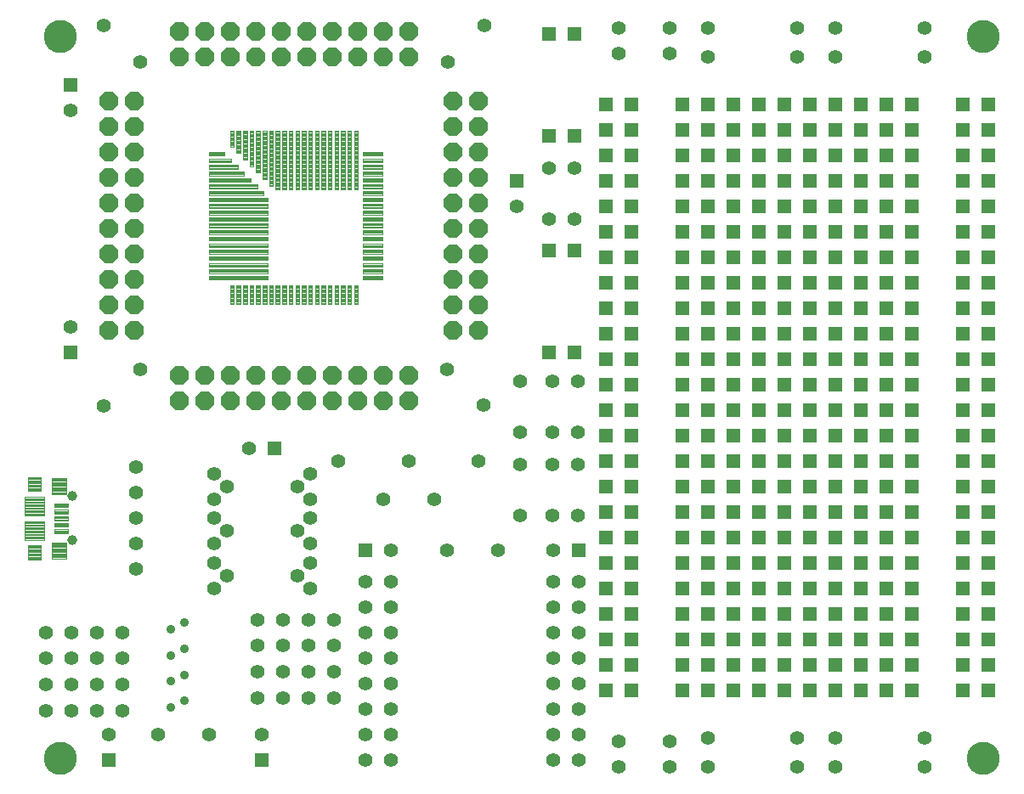
<source format=gbs>
G75*
G70*
%OFA0B0*%
%FSLAX24Y24*%
%IPPOS*%
%LPD*%
%AMOC8*
5,1,8,0,0,1.08239X$1,22.5*
%
%ADD10C,0.0555*%
%ADD11C,0.0360*%
%ADD12R,0.0555X0.0555*%
%ADD13C,0.1300*%
%ADD14C,0.0394*%
%ADD15C,0.0041*%
%ADD16C,0.0044*%
%ADD17C,0.0047*%
%ADD18C,0.0041*%
%ADD19OC8,0.0740*%
%ADD20C,0.0042*%
D10*
X008136Y005917D03*
X007670Y006872D03*
X008670Y006872D03*
X008670Y007896D03*
X007670Y007896D03*
X006670Y007896D03*
X005670Y007896D03*
X005670Y008920D03*
X006670Y008920D03*
X007670Y008920D03*
X008670Y008920D03*
X008670Y009943D03*
X007670Y009943D03*
X006670Y009943D03*
X005670Y009943D03*
X009203Y012417D03*
X009203Y013417D03*
X009203Y014417D03*
X009203Y015417D03*
X009203Y016417D03*
X012243Y016167D03*
X012743Y015667D03*
X012243Y015167D03*
X012243Y014417D03*
X012743Y013917D03*
X012243Y013417D03*
X012243Y012667D03*
X012743Y012167D03*
X012243Y011667D03*
X013957Y010443D03*
X014957Y010443D03*
X015957Y010443D03*
X016957Y010443D03*
X016957Y009420D03*
X015957Y009420D03*
X014957Y009420D03*
X013957Y009420D03*
X013957Y008396D03*
X014957Y008396D03*
X015957Y008396D03*
X016957Y008396D03*
X016957Y007372D03*
X015957Y007372D03*
X014957Y007372D03*
X013957Y007372D03*
X014136Y005917D03*
X012063Y005917D03*
X010063Y005917D03*
X006670Y006872D03*
X005670Y006872D03*
X015530Y012167D03*
X016030Y012667D03*
X016030Y013417D03*
X015530Y013917D03*
X016030Y014417D03*
X016030Y015167D03*
X015530Y015667D03*
X016030Y016167D03*
X017136Y016667D03*
X018886Y015167D03*
X020886Y015167D03*
X019886Y016667D03*
X022636Y016667D03*
X024261Y016542D03*
X025511Y016542D03*
X026511Y016542D03*
X026511Y017792D03*
X025511Y017792D03*
X024261Y017792D03*
X022813Y018865D03*
X024261Y019792D03*
X025511Y019792D03*
X026511Y019792D03*
X021399Y020279D03*
X013636Y017167D03*
X009343Y020249D03*
X007929Y018835D03*
X006636Y021917D03*
X006636Y030417D03*
X009343Y032335D03*
X007929Y033749D03*
X021429Y032335D03*
X022843Y033749D03*
X028136Y033667D03*
X028136Y032667D03*
X030136Y032667D03*
X030136Y033667D03*
X031636Y033667D03*
X031636Y032542D03*
X035136Y032542D03*
X035136Y033667D03*
X036636Y033667D03*
X036636Y032542D03*
X040136Y032542D03*
X040136Y033667D03*
X026386Y028167D03*
X025386Y028167D03*
X024136Y026667D03*
X025386Y026167D03*
X026386Y026167D03*
X026511Y014542D03*
X025511Y014542D03*
X024261Y014542D03*
X023386Y013167D03*
X021386Y013167D03*
X019205Y013167D03*
X019205Y011917D03*
X018205Y011917D03*
X018205Y010917D03*
X019205Y010917D03*
X019205Y009917D03*
X018205Y009917D03*
X018205Y008917D03*
X019205Y008917D03*
X019205Y007917D03*
X018205Y007917D03*
X018205Y006917D03*
X019205Y006917D03*
X019205Y005917D03*
X018205Y005917D03*
X018205Y004917D03*
X019205Y004917D03*
X025567Y004917D03*
X025567Y005917D03*
X026567Y005917D03*
X026567Y004917D03*
X028136Y004667D03*
X028136Y005667D03*
X030136Y005667D03*
X031636Y005792D03*
X031636Y004667D03*
X030136Y004667D03*
X026567Y006917D03*
X025567Y006917D03*
X025567Y007917D03*
X025567Y008917D03*
X026567Y008917D03*
X026567Y007917D03*
X026567Y009917D03*
X025567Y009917D03*
X025567Y010917D03*
X025567Y011917D03*
X026567Y011917D03*
X026567Y010917D03*
X025567Y013167D03*
X016030Y011667D03*
X035136Y005792D03*
X035136Y004667D03*
X036636Y004667D03*
X036636Y005792D03*
X040136Y005792D03*
X040136Y004667D03*
D11*
X011075Y007253D03*
X010557Y006997D03*
X010557Y008021D03*
X011075Y008277D03*
X010557Y009045D03*
X011075Y009301D03*
X010557Y010068D03*
X011075Y010324D03*
D12*
X018205Y013167D03*
X014636Y017167D03*
X006636Y020917D03*
X006636Y031417D03*
X024136Y027667D03*
X025386Y029417D03*
X026386Y029417D03*
X027636Y029667D03*
X028636Y029667D03*
X028636Y030667D03*
X027636Y030667D03*
X027636Y028667D03*
X028636Y028667D03*
X028636Y027667D03*
X027636Y027667D03*
X027636Y026667D03*
X028636Y026667D03*
X028636Y025667D03*
X027636Y025667D03*
X026386Y024917D03*
X025386Y024917D03*
X027636Y024667D03*
X028636Y024667D03*
X028636Y023667D03*
X027636Y023667D03*
X027636Y022667D03*
X028636Y022667D03*
X028636Y021667D03*
X027636Y021667D03*
X027636Y020667D03*
X028636Y020667D03*
X028636Y019667D03*
X027636Y019667D03*
X027636Y018667D03*
X028636Y018667D03*
X028636Y017667D03*
X027636Y017667D03*
X027636Y016667D03*
X028636Y016667D03*
X028636Y015667D03*
X027636Y015667D03*
X027636Y014667D03*
X028636Y014667D03*
X028636Y013667D03*
X027636Y013667D03*
X026567Y013167D03*
X027636Y012667D03*
X028636Y012667D03*
X028636Y011667D03*
X027636Y011667D03*
X027636Y010667D03*
X028636Y010667D03*
X028636Y009667D03*
X027636Y009667D03*
X027636Y008667D03*
X028636Y008667D03*
X028636Y007667D03*
X027636Y007667D03*
X030636Y007667D03*
X031636Y007667D03*
X032636Y007667D03*
X033636Y007667D03*
X034636Y007667D03*
X035636Y007667D03*
X036636Y007667D03*
X037636Y007667D03*
X038636Y007667D03*
X039636Y007667D03*
X039636Y008667D03*
X039636Y009667D03*
X038636Y009667D03*
X037636Y009667D03*
X036636Y009667D03*
X035636Y009667D03*
X034636Y009667D03*
X033636Y009667D03*
X032636Y009667D03*
X031636Y009667D03*
X030636Y009667D03*
X030636Y008667D03*
X031636Y008667D03*
X032636Y008667D03*
X033636Y008667D03*
X034636Y008667D03*
X035636Y008667D03*
X036636Y008667D03*
X037636Y008667D03*
X038636Y008667D03*
X038636Y010667D03*
X037636Y010667D03*
X036636Y010667D03*
X035636Y010667D03*
X034636Y010667D03*
X033636Y010667D03*
X032636Y010667D03*
X031636Y010667D03*
X030636Y010667D03*
X030636Y011667D03*
X031636Y011667D03*
X031636Y012667D03*
X030636Y012667D03*
X030636Y013667D03*
X031636Y013667D03*
X032636Y013667D03*
X033636Y013667D03*
X034636Y013667D03*
X035636Y013667D03*
X036636Y013667D03*
X037636Y013667D03*
X038636Y013667D03*
X039636Y013667D03*
X039636Y014667D03*
X039636Y015667D03*
X038636Y015667D03*
X037636Y015667D03*
X036636Y015667D03*
X035636Y015667D03*
X034636Y015667D03*
X033636Y015667D03*
X032636Y015667D03*
X031636Y015667D03*
X030636Y015667D03*
X030636Y014667D03*
X031636Y014667D03*
X032636Y014667D03*
X033636Y014667D03*
X034636Y014667D03*
X035636Y014667D03*
X036636Y014667D03*
X037636Y014667D03*
X038636Y014667D03*
X038636Y016667D03*
X037636Y016667D03*
X036636Y016667D03*
X035636Y016667D03*
X034636Y016667D03*
X033636Y016667D03*
X032636Y016667D03*
X031636Y016667D03*
X030636Y016667D03*
X030636Y017667D03*
X031636Y017667D03*
X031636Y018667D03*
X030636Y018667D03*
X030636Y019667D03*
X031636Y019667D03*
X032636Y019667D03*
X033636Y019667D03*
X034636Y019667D03*
X035636Y019667D03*
X036636Y019667D03*
X037636Y019667D03*
X038636Y019667D03*
X039636Y019667D03*
X039636Y020667D03*
X039636Y021667D03*
X038636Y021667D03*
X037636Y021667D03*
X036636Y021667D03*
X035636Y021667D03*
X034636Y021667D03*
X033636Y021667D03*
X032636Y021667D03*
X031636Y021667D03*
X030636Y021667D03*
X030636Y020667D03*
X031636Y020667D03*
X032636Y020667D03*
X033636Y020667D03*
X034636Y020667D03*
X035636Y020667D03*
X036636Y020667D03*
X037636Y020667D03*
X038636Y020667D03*
X038636Y022667D03*
X037636Y022667D03*
X036636Y022667D03*
X035636Y022667D03*
X034636Y022667D03*
X033636Y022667D03*
X032636Y022667D03*
X031636Y022667D03*
X030636Y022667D03*
X030636Y023667D03*
X031636Y023667D03*
X031636Y024667D03*
X030636Y024667D03*
X030636Y025667D03*
X031636Y025667D03*
X032636Y025667D03*
X033636Y025667D03*
X034636Y025667D03*
X035636Y025667D03*
X036636Y025667D03*
X037636Y025667D03*
X038636Y025667D03*
X039636Y025667D03*
X039636Y026667D03*
X039636Y027667D03*
X038636Y027667D03*
X037636Y027667D03*
X036636Y027667D03*
X035636Y027667D03*
X034636Y027667D03*
X033636Y027667D03*
X032636Y027667D03*
X031636Y027667D03*
X030636Y027667D03*
X030636Y026667D03*
X031636Y026667D03*
X032636Y026667D03*
X033636Y026667D03*
X034636Y026667D03*
X035636Y026667D03*
X036636Y026667D03*
X037636Y026667D03*
X038636Y026667D03*
X038636Y028667D03*
X037636Y028667D03*
X036636Y028667D03*
X035636Y028667D03*
X034636Y028667D03*
X033636Y028667D03*
X032636Y028667D03*
X031636Y028667D03*
X030636Y028667D03*
X030636Y029667D03*
X031636Y029667D03*
X031636Y030667D03*
X030636Y030667D03*
X032636Y030667D03*
X033636Y030667D03*
X034636Y030667D03*
X035636Y030667D03*
X036636Y030667D03*
X037636Y030667D03*
X038636Y030667D03*
X039636Y030667D03*
X039636Y029667D03*
X038636Y029667D03*
X037636Y029667D03*
X036636Y029667D03*
X035636Y029667D03*
X034636Y029667D03*
X033636Y029667D03*
X032636Y029667D03*
X026386Y033417D03*
X025386Y033417D03*
X032636Y024667D03*
X033636Y024667D03*
X034636Y024667D03*
X035636Y024667D03*
X036636Y024667D03*
X037636Y024667D03*
X038636Y024667D03*
X039636Y024667D03*
X039636Y023667D03*
X038636Y023667D03*
X037636Y023667D03*
X036636Y023667D03*
X035636Y023667D03*
X034636Y023667D03*
X033636Y023667D03*
X032636Y023667D03*
X026386Y020917D03*
X025386Y020917D03*
X032636Y018667D03*
X033636Y018667D03*
X034636Y018667D03*
X035636Y018667D03*
X036636Y018667D03*
X037636Y018667D03*
X038636Y018667D03*
X039636Y018667D03*
X039636Y017667D03*
X038636Y017667D03*
X037636Y017667D03*
X036636Y017667D03*
X035636Y017667D03*
X034636Y017667D03*
X033636Y017667D03*
X032636Y017667D03*
X039636Y016667D03*
X041636Y016667D03*
X042636Y016667D03*
X042636Y017667D03*
X041636Y017667D03*
X041636Y018667D03*
X042636Y018667D03*
X042636Y019667D03*
X041636Y019667D03*
X041636Y020667D03*
X042636Y020667D03*
X042636Y021667D03*
X041636Y021667D03*
X041636Y022667D03*
X042636Y022667D03*
X042636Y023667D03*
X041636Y023667D03*
X041636Y024667D03*
X042636Y024667D03*
X042636Y025667D03*
X041636Y025667D03*
X041636Y026667D03*
X042636Y026667D03*
X042636Y027667D03*
X041636Y027667D03*
X041636Y028667D03*
X042636Y028667D03*
X042636Y029667D03*
X041636Y029667D03*
X041636Y030667D03*
X042636Y030667D03*
X039636Y028667D03*
X039636Y022667D03*
X041636Y015667D03*
X042636Y015667D03*
X042636Y014667D03*
X041636Y014667D03*
X041636Y013667D03*
X042636Y013667D03*
X042636Y012667D03*
X041636Y012667D03*
X041636Y011667D03*
X042636Y011667D03*
X042636Y010667D03*
X041636Y010667D03*
X041636Y009667D03*
X042636Y009667D03*
X042636Y008667D03*
X041636Y008667D03*
X041636Y007667D03*
X042636Y007667D03*
X039636Y010667D03*
X039636Y011667D03*
X039636Y012667D03*
X038636Y012667D03*
X037636Y012667D03*
X036636Y012667D03*
X035636Y012667D03*
X034636Y012667D03*
X033636Y012667D03*
X032636Y012667D03*
X032636Y011667D03*
X033636Y011667D03*
X034636Y011667D03*
X035636Y011667D03*
X036636Y011667D03*
X037636Y011667D03*
X038636Y011667D03*
X014136Y004917D03*
X008136Y004917D03*
D13*
X006211Y004991D03*
X042431Y004991D03*
X042431Y033338D03*
X006211Y033338D03*
D14*
X006703Y015283D03*
X006703Y013551D03*
D15*
X006447Y013472D02*
X006447Y012842D01*
X005897Y012842D01*
X005897Y013472D01*
X006447Y013472D01*
X006447Y012882D02*
X005897Y012882D01*
X005897Y012922D02*
X006447Y012922D01*
X006447Y012962D02*
X005897Y012962D01*
X005897Y013002D02*
X006447Y013002D01*
X006447Y013042D02*
X005897Y013042D01*
X005897Y013082D02*
X006447Y013082D01*
X006447Y013122D02*
X005897Y013122D01*
X005897Y013162D02*
X006447Y013162D01*
X006447Y013202D02*
X005897Y013202D01*
X005897Y013242D02*
X006447Y013242D01*
X006447Y013282D02*
X005897Y013282D01*
X005897Y013322D02*
X006447Y013322D01*
X006447Y013362D02*
X005897Y013362D01*
X005897Y013402D02*
X006447Y013402D01*
X006447Y013442D02*
X005897Y013442D01*
X006447Y015362D02*
X006447Y015992D01*
X006447Y015362D02*
X005897Y015362D01*
X005897Y015992D01*
X006447Y015992D01*
X006447Y015402D02*
X005897Y015402D01*
X005897Y015442D02*
X006447Y015442D01*
X006447Y015482D02*
X005897Y015482D01*
X005897Y015522D02*
X006447Y015522D01*
X006447Y015562D02*
X005897Y015562D01*
X005897Y015602D02*
X006447Y015602D01*
X006447Y015642D02*
X005897Y015642D01*
X005897Y015682D02*
X006447Y015682D01*
X006447Y015722D02*
X005897Y015722D01*
X005897Y015762D02*
X006447Y015762D01*
X006447Y015802D02*
X005897Y015802D01*
X005897Y015842D02*
X006447Y015842D01*
X006447Y015882D02*
X005897Y015882D01*
X005897Y015922D02*
X006447Y015922D01*
X006447Y015962D02*
X005897Y015962D01*
D16*
X005461Y016048D02*
X005461Y015482D01*
X004953Y015482D01*
X004953Y016048D01*
X005461Y016048D01*
X005461Y015525D02*
X004953Y015525D01*
X004953Y015568D02*
X005461Y015568D01*
X005461Y015611D02*
X004953Y015611D01*
X004953Y015654D02*
X005461Y015654D01*
X005461Y015697D02*
X004953Y015697D01*
X004953Y015740D02*
X005461Y015740D01*
X005461Y015783D02*
X004953Y015783D01*
X004953Y015826D02*
X005461Y015826D01*
X005461Y015869D02*
X004953Y015869D01*
X004953Y015912D02*
X005461Y015912D01*
X005461Y015955D02*
X004953Y015955D01*
X004953Y015998D02*
X005461Y015998D01*
X005461Y016041D02*
X004953Y016041D01*
X005461Y013351D02*
X005461Y012785D01*
X004953Y012785D01*
X004953Y013351D01*
X005461Y013351D01*
X005461Y012828D02*
X004953Y012828D01*
X004953Y012871D02*
X005461Y012871D01*
X005461Y012914D02*
X004953Y012914D01*
X004953Y012957D02*
X005461Y012957D01*
X005461Y013000D02*
X004953Y013000D01*
X004953Y013043D02*
X005461Y013043D01*
X005461Y013086D02*
X004953Y013086D01*
X004953Y013129D02*
X005461Y013129D01*
X005461Y013172D02*
X004953Y013172D01*
X004953Y013215D02*
X005461Y013215D01*
X005461Y013258D02*
X004953Y013258D01*
X004953Y013301D02*
X005461Y013301D01*
X005461Y013344D02*
X004953Y013344D01*
D17*
X005578Y013573D02*
X005578Y014315D01*
X005578Y013573D02*
X004836Y013573D01*
X004836Y014315D01*
X005578Y014315D01*
X005578Y013619D02*
X004836Y013619D01*
X004836Y013665D02*
X005578Y013665D01*
X005578Y013711D02*
X004836Y013711D01*
X004836Y013757D02*
X005578Y013757D01*
X005578Y013803D02*
X004836Y013803D01*
X004836Y013849D02*
X005578Y013849D01*
X005578Y013895D02*
X004836Y013895D01*
X004836Y013941D02*
X005578Y013941D01*
X005578Y013987D02*
X004836Y013987D01*
X004836Y014033D02*
X005578Y014033D01*
X005578Y014079D02*
X004836Y014079D01*
X004836Y014125D02*
X005578Y014125D01*
X005578Y014171D02*
X004836Y014171D01*
X004836Y014217D02*
X005578Y014217D01*
X005578Y014263D02*
X004836Y014263D01*
X004836Y014309D02*
X005578Y014309D01*
X005578Y014518D02*
X005578Y015260D01*
X005578Y014518D02*
X004836Y014518D01*
X004836Y015260D01*
X005578Y015260D01*
X005578Y014564D02*
X004836Y014564D01*
X004836Y014610D02*
X005578Y014610D01*
X005578Y014656D02*
X004836Y014656D01*
X004836Y014702D02*
X005578Y014702D01*
X005578Y014748D02*
X004836Y014748D01*
X004836Y014794D02*
X005578Y014794D01*
X005578Y014840D02*
X004836Y014840D01*
X004836Y014886D02*
X005578Y014886D01*
X005578Y014932D02*
X004836Y014932D01*
X004836Y014978D02*
X005578Y014978D01*
X005578Y015024D02*
X004836Y015024D01*
X004836Y015070D02*
X005578Y015070D01*
X005578Y015116D02*
X004836Y015116D01*
X004836Y015162D02*
X005578Y015162D01*
X005578Y015208D02*
X004836Y015208D01*
X004836Y015254D02*
X005578Y015254D01*
D18*
X006525Y015007D02*
X006525Y014851D01*
X005995Y014851D01*
X005995Y015007D01*
X006525Y015007D01*
X006525Y014891D02*
X005995Y014891D01*
X005995Y014931D02*
X006525Y014931D01*
X006525Y014971D02*
X005995Y014971D01*
X006525Y014751D02*
X006525Y014595D01*
X005995Y014595D01*
X005995Y014751D01*
X006525Y014751D01*
X006525Y014635D02*
X005995Y014635D01*
X005995Y014675D02*
X006525Y014675D01*
X006525Y014715D02*
X005995Y014715D01*
X006525Y014495D02*
X006525Y014339D01*
X005995Y014339D01*
X005995Y014495D01*
X006525Y014495D01*
X006525Y014379D02*
X005995Y014379D01*
X005995Y014419D02*
X006525Y014419D01*
X006525Y014459D02*
X005995Y014459D01*
X006525Y014239D02*
X006525Y014083D01*
X005995Y014083D01*
X005995Y014239D01*
X006525Y014239D01*
X006525Y014123D02*
X005995Y014123D01*
X005995Y014163D02*
X006525Y014163D01*
X006525Y014203D02*
X005995Y014203D01*
X006525Y013983D02*
X006525Y013827D01*
X005995Y013827D01*
X005995Y013983D01*
X006525Y013983D01*
X006525Y013867D02*
X005995Y013867D01*
X005995Y013907D02*
X006525Y013907D01*
X006525Y013947D02*
X005995Y013947D01*
D19*
X010886Y019042D03*
X011886Y019042D03*
X012886Y019042D03*
X013886Y019042D03*
X014886Y019042D03*
X015886Y019042D03*
X016886Y019042D03*
X017886Y019042D03*
X018886Y019042D03*
X019886Y019042D03*
X019886Y020042D03*
X018886Y020042D03*
X017886Y020042D03*
X016886Y020042D03*
X015886Y020042D03*
X014886Y020042D03*
X013886Y020042D03*
X012886Y020042D03*
X011886Y020042D03*
X010886Y020042D03*
X009136Y021792D03*
X009136Y022792D03*
X008136Y022792D03*
X008136Y021792D03*
X008136Y023792D03*
X009136Y023792D03*
X009136Y024792D03*
X009136Y025792D03*
X008136Y025792D03*
X008136Y024792D03*
X008136Y026792D03*
X009136Y026792D03*
X009136Y027792D03*
X009136Y028792D03*
X008136Y028792D03*
X008136Y027792D03*
X008136Y029792D03*
X009136Y029792D03*
X009136Y030792D03*
X008136Y030792D03*
X010886Y032542D03*
X011886Y032542D03*
X012886Y032542D03*
X013886Y032542D03*
X014886Y032542D03*
X015886Y032542D03*
X016886Y032542D03*
X017886Y032542D03*
X018886Y032542D03*
X019886Y032542D03*
X019886Y033542D03*
X018886Y033542D03*
X017886Y033542D03*
X016886Y033542D03*
X015886Y033542D03*
X014886Y033542D03*
X013886Y033542D03*
X012886Y033542D03*
X011886Y033542D03*
X010886Y033542D03*
X021636Y030792D03*
X022636Y030792D03*
X022636Y029792D03*
X021636Y029792D03*
X021636Y028792D03*
X022636Y028792D03*
X022636Y027792D03*
X021636Y027792D03*
X021636Y026792D03*
X022636Y026792D03*
X022636Y025792D03*
X021636Y025792D03*
X021636Y024792D03*
X022636Y024792D03*
X022636Y023792D03*
X021636Y023792D03*
X021636Y022792D03*
X022636Y022792D03*
X022636Y021792D03*
X021636Y021792D03*
D20*
X018840Y023935D02*
X018104Y023935D01*
X018840Y023935D02*
X018840Y023787D01*
X018104Y023787D01*
X018104Y023935D01*
X018104Y023828D02*
X018840Y023828D01*
X018840Y023869D02*
X018104Y023869D01*
X018104Y023910D02*
X018840Y023910D01*
X018840Y024190D02*
X018104Y024190D01*
X018840Y024190D02*
X018840Y024042D01*
X018104Y024042D01*
X018104Y024190D01*
X018104Y024083D02*
X018840Y024083D01*
X018840Y024124D02*
X018104Y024124D01*
X018104Y024165D02*
X018840Y024165D01*
X018840Y024446D02*
X018104Y024446D01*
X018840Y024446D02*
X018840Y024298D01*
X018104Y024298D01*
X018104Y024446D01*
X018104Y024339D02*
X018840Y024339D01*
X018840Y024380D02*
X018104Y024380D01*
X018104Y024421D02*
X018840Y024421D01*
X018840Y024702D02*
X018104Y024702D01*
X018840Y024702D02*
X018840Y024554D01*
X018104Y024554D01*
X018104Y024702D01*
X018104Y024595D02*
X018840Y024595D01*
X018840Y024636D02*
X018104Y024636D01*
X018104Y024677D02*
X018840Y024677D01*
X018840Y024958D02*
X018104Y024958D01*
X018840Y024958D02*
X018840Y024810D01*
X018104Y024810D01*
X018104Y024958D01*
X018104Y024851D02*
X018840Y024851D01*
X018840Y024892D02*
X018104Y024892D01*
X018104Y024933D02*
X018840Y024933D01*
X018840Y025214D02*
X018104Y025214D01*
X018840Y025214D02*
X018840Y025066D01*
X018104Y025066D01*
X018104Y025214D01*
X018104Y025107D02*
X018840Y025107D01*
X018840Y025148D02*
X018104Y025148D01*
X018104Y025189D02*
X018840Y025189D01*
X018840Y025470D02*
X018104Y025470D01*
X018840Y025470D02*
X018840Y025322D01*
X018104Y025322D01*
X018104Y025470D01*
X018104Y025363D02*
X018840Y025363D01*
X018840Y025404D02*
X018104Y025404D01*
X018104Y025445D02*
X018840Y025445D01*
X018840Y025726D02*
X018104Y025726D01*
X018840Y025726D02*
X018840Y025578D01*
X018104Y025578D01*
X018104Y025726D01*
X018104Y025619D02*
X018840Y025619D01*
X018840Y025660D02*
X018104Y025660D01*
X018104Y025701D02*
X018840Y025701D01*
X018840Y025982D02*
X018104Y025982D01*
X018840Y025982D02*
X018840Y025834D01*
X018104Y025834D01*
X018104Y025982D01*
X018104Y025875D02*
X018840Y025875D01*
X018840Y025916D02*
X018104Y025916D01*
X018104Y025957D02*
X018840Y025957D01*
X018840Y026238D02*
X018104Y026238D01*
X018840Y026238D02*
X018840Y026090D01*
X018104Y026090D01*
X018104Y026238D01*
X018104Y026131D02*
X018840Y026131D01*
X018840Y026172D02*
X018104Y026172D01*
X018104Y026213D02*
X018840Y026213D01*
X018840Y026494D02*
X018104Y026494D01*
X018840Y026494D02*
X018840Y026346D01*
X018104Y026346D01*
X018104Y026494D01*
X018104Y026387D02*
X018840Y026387D01*
X018840Y026428D02*
X018104Y026428D01*
X018104Y026469D02*
X018840Y026469D01*
X018840Y026750D02*
X018104Y026750D01*
X018840Y026750D02*
X018840Y026602D01*
X018104Y026602D01*
X018104Y026750D01*
X018104Y026643D02*
X018840Y026643D01*
X018840Y026684D02*
X018104Y026684D01*
X018104Y026725D02*
X018840Y026725D01*
X018840Y027005D02*
X018104Y027005D01*
X018840Y027005D02*
X018840Y026857D01*
X018104Y026857D01*
X018104Y027005D01*
X018104Y026898D02*
X018840Y026898D01*
X018840Y026939D02*
X018104Y026939D01*
X018104Y026980D02*
X018840Y026980D01*
X018840Y027261D02*
X018104Y027261D01*
X018840Y027261D02*
X018840Y027113D01*
X018104Y027113D01*
X018104Y027261D01*
X018104Y027154D02*
X018840Y027154D01*
X018840Y027195D02*
X018104Y027195D01*
X018104Y027236D02*
X018840Y027236D01*
X018840Y027517D02*
X018104Y027517D01*
X018840Y027517D02*
X018840Y027369D01*
X018104Y027369D01*
X018104Y027517D01*
X018104Y027410D02*
X018840Y027410D01*
X018840Y027451D02*
X018104Y027451D01*
X018104Y027492D02*
X018840Y027492D01*
X018840Y027773D02*
X018104Y027773D01*
X018840Y027773D02*
X018840Y027625D01*
X018104Y027625D01*
X018104Y027773D01*
X018104Y027666D02*
X018840Y027666D01*
X018840Y027707D02*
X018104Y027707D01*
X018104Y027748D02*
X018840Y027748D01*
X018840Y028029D02*
X018104Y028029D01*
X018840Y028029D02*
X018840Y027881D01*
X018104Y027881D01*
X018104Y028029D01*
X018104Y027922D02*
X018840Y027922D01*
X018840Y027963D02*
X018104Y027963D01*
X018104Y028004D02*
X018840Y028004D01*
X018840Y028285D02*
X018104Y028285D01*
X018840Y028285D02*
X018840Y028137D01*
X018104Y028137D01*
X018104Y028285D01*
X018104Y028178D02*
X018840Y028178D01*
X018840Y028219D02*
X018104Y028219D01*
X018104Y028260D02*
X018840Y028260D01*
X018840Y028541D02*
X018104Y028541D01*
X018840Y028541D02*
X018840Y028393D01*
X018104Y028393D01*
X018104Y028541D01*
X018104Y028434D02*
X018840Y028434D01*
X018840Y028475D02*
X018104Y028475D01*
X018104Y028516D02*
X018840Y028516D01*
X018840Y028797D02*
X018104Y028797D01*
X018840Y028797D02*
X018840Y028649D01*
X018104Y028649D01*
X018104Y028797D01*
X018104Y028690D02*
X018840Y028690D01*
X018840Y028731D02*
X018104Y028731D01*
X018104Y028772D02*
X018840Y028772D01*
X017891Y029637D02*
X017891Y027327D01*
X017743Y027327D01*
X017743Y029637D01*
X017891Y029637D01*
X017891Y027368D02*
X017743Y027368D01*
X017743Y027409D02*
X017891Y027409D01*
X017891Y027450D02*
X017743Y027450D01*
X017743Y027491D02*
X017891Y027491D01*
X017891Y027532D02*
X017743Y027532D01*
X017743Y027573D02*
X017891Y027573D01*
X017891Y027614D02*
X017743Y027614D01*
X017743Y027655D02*
X017891Y027655D01*
X017891Y027696D02*
X017743Y027696D01*
X017743Y027737D02*
X017891Y027737D01*
X017891Y027778D02*
X017743Y027778D01*
X017743Y027819D02*
X017891Y027819D01*
X017891Y027860D02*
X017743Y027860D01*
X017743Y027901D02*
X017891Y027901D01*
X017891Y027942D02*
X017743Y027942D01*
X017743Y027983D02*
X017891Y027983D01*
X017891Y028024D02*
X017743Y028024D01*
X017743Y028065D02*
X017891Y028065D01*
X017891Y028106D02*
X017743Y028106D01*
X017743Y028147D02*
X017891Y028147D01*
X017891Y028188D02*
X017743Y028188D01*
X017743Y028229D02*
X017891Y028229D01*
X017891Y028270D02*
X017743Y028270D01*
X017743Y028311D02*
X017891Y028311D01*
X017891Y028352D02*
X017743Y028352D01*
X017743Y028393D02*
X017891Y028393D01*
X017891Y028434D02*
X017743Y028434D01*
X017743Y028475D02*
X017891Y028475D01*
X017891Y028516D02*
X017743Y028516D01*
X017743Y028557D02*
X017891Y028557D01*
X017891Y028598D02*
X017743Y028598D01*
X017743Y028639D02*
X017891Y028639D01*
X017891Y028680D02*
X017743Y028680D01*
X017743Y028721D02*
X017891Y028721D01*
X017891Y028762D02*
X017743Y028762D01*
X017743Y028803D02*
X017891Y028803D01*
X017891Y028844D02*
X017743Y028844D01*
X017743Y028885D02*
X017891Y028885D01*
X017891Y028926D02*
X017743Y028926D01*
X017743Y028967D02*
X017891Y028967D01*
X017891Y029008D02*
X017743Y029008D01*
X017743Y029049D02*
X017891Y029049D01*
X017891Y029090D02*
X017743Y029090D01*
X017743Y029131D02*
X017891Y029131D01*
X017891Y029172D02*
X017743Y029172D01*
X017743Y029213D02*
X017891Y029213D01*
X017891Y029254D02*
X017743Y029254D01*
X017743Y029295D02*
X017891Y029295D01*
X017891Y029336D02*
X017743Y029336D01*
X017743Y029377D02*
X017891Y029377D01*
X017891Y029418D02*
X017743Y029418D01*
X017743Y029459D02*
X017891Y029459D01*
X017891Y029500D02*
X017743Y029500D01*
X017743Y029541D02*
X017891Y029541D01*
X017891Y029582D02*
X017743Y029582D01*
X017743Y029623D02*
X017891Y029623D01*
X017635Y029637D02*
X017635Y027327D01*
X017487Y027327D01*
X017487Y029637D01*
X017635Y029637D01*
X017635Y027368D02*
X017487Y027368D01*
X017487Y027409D02*
X017635Y027409D01*
X017635Y027450D02*
X017487Y027450D01*
X017487Y027491D02*
X017635Y027491D01*
X017635Y027532D02*
X017487Y027532D01*
X017487Y027573D02*
X017635Y027573D01*
X017635Y027614D02*
X017487Y027614D01*
X017487Y027655D02*
X017635Y027655D01*
X017635Y027696D02*
X017487Y027696D01*
X017487Y027737D02*
X017635Y027737D01*
X017635Y027778D02*
X017487Y027778D01*
X017487Y027819D02*
X017635Y027819D01*
X017635Y027860D02*
X017487Y027860D01*
X017487Y027901D02*
X017635Y027901D01*
X017635Y027942D02*
X017487Y027942D01*
X017487Y027983D02*
X017635Y027983D01*
X017635Y028024D02*
X017487Y028024D01*
X017487Y028065D02*
X017635Y028065D01*
X017635Y028106D02*
X017487Y028106D01*
X017487Y028147D02*
X017635Y028147D01*
X017635Y028188D02*
X017487Y028188D01*
X017487Y028229D02*
X017635Y028229D01*
X017635Y028270D02*
X017487Y028270D01*
X017487Y028311D02*
X017635Y028311D01*
X017635Y028352D02*
X017487Y028352D01*
X017487Y028393D02*
X017635Y028393D01*
X017635Y028434D02*
X017487Y028434D01*
X017487Y028475D02*
X017635Y028475D01*
X017635Y028516D02*
X017487Y028516D01*
X017487Y028557D02*
X017635Y028557D01*
X017635Y028598D02*
X017487Y028598D01*
X017487Y028639D02*
X017635Y028639D01*
X017635Y028680D02*
X017487Y028680D01*
X017487Y028721D02*
X017635Y028721D01*
X017635Y028762D02*
X017487Y028762D01*
X017487Y028803D02*
X017635Y028803D01*
X017635Y028844D02*
X017487Y028844D01*
X017487Y028885D02*
X017635Y028885D01*
X017635Y028926D02*
X017487Y028926D01*
X017487Y028967D02*
X017635Y028967D01*
X017635Y029008D02*
X017487Y029008D01*
X017487Y029049D02*
X017635Y029049D01*
X017635Y029090D02*
X017487Y029090D01*
X017487Y029131D02*
X017635Y029131D01*
X017635Y029172D02*
X017487Y029172D01*
X017487Y029213D02*
X017635Y029213D01*
X017635Y029254D02*
X017487Y029254D01*
X017487Y029295D02*
X017635Y029295D01*
X017635Y029336D02*
X017487Y029336D01*
X017487Y029377D02*
X017635Y029377D01*
X017635Y029418D02*
X017487Y029418D01*
X017487Y029459D02*
X017635Y029459D01*
X017635Y029500D02*
X017487Y029500D01*
X017487Y029541D02*
X017635Y029541D01*
X017635Y029582D02*
X017487Y029582D01*
X017487Y029623D02*
X017635Y029623D01*
X017380Y029637D02*
X017380Y027327D01*
X017232Y027327D01*
X017232Y029637D01*
X017380Y029637D01*
X017380Y027368D02*
X017232Y027368D01*
X017232Y027409D02*
X017380Y027409D01*
X017380Y027450D02*
X017232Y027450D01*
X017232Y027491D02*
X017380Y027491D01*
X017380Y027532D02*
X017232Y027532D01*
X017232Y027573D02*
X017380Y027573D01*
X017380Y027614D02*
X017232Y027614D01*
X017232Y027655D02*
X017380Y027655D01*
X017380Y027696D02*
X017232Y027696D01*
X017232Y027737D02*
X017380Y027737D01*
X017380Y027778D02*
X017232Y027778D01*
X017232Y027819D02*
X017380Y027819D01*
X017380Y027860D02*
X017232Y027860D01*
X017232Y027901D02*
X017380Y027901D01*
X017380Y027942D02*
X017232Y027942D01*
X017232Y027983D02*
X017380Y027983D01*
X017380Y028024D02*
X017232Y028024D01*
X017232Y028065D02*
X017380Y028065D01*
X017380Y028106D02*
X017232Y028106D01*
X017232Y028147D02*
X017380Y028147D01*
X017380Y028188D02*
X017232Y028188D01*
X017232Y028229D02*
X017380Y028229D01*
X017380Y028270D02*
X017232Y028270D01*
X017232Y028311D02*
X017380Y028311D01*
X017380Y028352D02*
X017232Y028352D01*
X017232Y028393D02*
X017380Y028393D01*
X017380Y028434D02*
X017232Y028434D01*
X017232Y028475D02*
X017380Y028475D01*
X017380Y028516D02*
X017232Y028516D01*
X017232Y028557D02*
X017380Y028557D01*
X017380Y028598D02*
X017232Y028598D01*
X017232Y028639D02*
X017380Y028639D01*
X017380Y028680D02*
X017232Y028680D01*
X017232Y028721D02*
X017380Y028721D01*
X017380Y028762D02*
X017232Y028762D01*
X017232Y028803D02*
X017380Y028803D01*
X017380Y028844D02*
X017232Y028844D01*
X017232Y028885D02*
X017380Y028885D01*
X017380Y028926D02*
X017232Y028926D01*
X017232Y028967D02*
X017380Y028967D01*
X017380Y029008D02*
X017232Y029008D01*
X017232Y029049D02*
X017380Y029049D01*
X017380Y029090D02*
X017232Y029090D01*
X017232Y029131D02*
X017380Y029131D01*
X017380Y029172D02*
X017232Y029172D01*
X017232Y029213D02*
X017380Y029213D01*
X017380Y029254D02*
X017232Y029254D01*
X017232Y029295D02*
X017380Y029295D01*
X017380Y029336D02*
X017232Y029336D01*
X017232Y029377D02*
X017380Y029377D01*
X017380Y029418D02*
X017232Y029418D01*
X017232Y029459D02*
X017380Y029459D01*
X017380Y029500D02*
X017232Y029500D01*
X017232Y029541D02*
X017380Y029541D01*
X017380Y029582D02*
X017232Y029582D01*
X017232Y029623D02*
X017380Y029623D01*
X017124Y029637D02*
X017124Y027327D01*
X016976Y027327D01*
X016976Y029637D01*
X017124Y029637D01*
X017124Y027368D02*
X016976Y027368D01*
X016976Y027409D02*
X017124Y027409D01*
X017124Y027450D02*
X016976Y027450D01*
X016976Y027491D02*
X017124Y027491D01*
X017124Y027532D02*
X016976Y027532D01*
X016976Y027573D02*
X017124Y027573D01*
X017124Y027614D02*
X016976Y027614D01*
X016976Y027655D02*
X017124Y027655D01*
X017124Y027696D02*
X016976Y027696D01*
X016976Y027737D02*
X017124Y027737D01*
X017124Y027778D02*
X016976Y027778D01*
X016976Y027819D02*
X017124Y027819D01*
X017124Y027860D02*
X016976Y027860D01*
X016976Y027901D02*
X017124Y027901D01*
X017124Y027942D02*
X016976Y027942D01*
X016976Y027983D02*
X017124Y027983D01*
X017124Y028024D02*
X016976Y028024D01*
X016976Y028065D02*
X017124Y028065D01*
X017124Y028106D02*
X016976Y028106D01*
X016976Y028147D02*
X017124Y028147D01*
X017124Y028188D02*
X016976Y028188D01*
X016976Y028229D02*
X017124Y028229D01*
X017124Y028270D02*
X016976Y028270D01*
X016976Y028311D02*
X017124Y028311D01*
X017124Y028352D02*
X016976Y028352D01*
X016976Y028393D02*
X017124Y028393D01*
X017124Y028434D02*
X016976Y028434D01*
X016976Y028475D02*
X017124Y028475D01*
X017124Y028516D02*
X016976Y028516D01*
X016976Y028557D02*
X017124Y028557D01*
X017124Y028598D02*
X016976Y028598D01*
X016976Y028639D02*
X017124Y028639D01*
X017124Y028680D02*
X016976Y028680D01*
X016976Y028721D02*
X017124Y028721D01*
X017124Y028762D02*
X016976Y028762D01*
X016976Y028803D02*
X017124Y028803D01*
X017124Y028844D02*
X016976Y028844D01*
X016976Y028885D02*
X017124Y028885D01*
X017124Y028926D02*
X016976Y028926D01*
X016976Y028967D02*
X017124Y028967D01*
X017124Y029008D02*
X016976Y029008D01*
X016976Y029049D02*
X017124Y029049D01*
X017124Y029090D02*
X016976Y029090D01*
X016976Y029131D02*
X017124Y029131D01*
X017124Y029172D02*
X016976Y029172D01*
X016976Y029213D02*
X017124Y029213D01*
X017124Y029254D02*
X016976Y029254D01*
X016976Y029295D02*
X017124Y029295D01*
X017124Y029336D02*
X016976Y029336D01*
X016976Y029377D02*
X017124Y029377D01*
X017124Y029418D02*
X016976Y029418D01*
X016976Y029459D02*
X017124Y029459D01*
X017124Y029500D02*
X016976Y029500D01*
X016976Y029541D02*
X017124Y029541D01*
X017124Y029582D02*
X016976Y029582D01*
X016976Y029623D02*
X017124Y029623D01*
X016868Y029637D02*
X016868Y027327D01*
X016720Y027327D01*
X016720Y029637D01*
X016868Y029637D01*
X016868Y027368D02*
X016720Y027368D01*
X016720Y027409D02*
X016868Y027409D01*
X016868Y027450D02*
X016720Y027450D01*
X016720Y027491D02*
X016868Y027491D01*
X016868Y027532D02*
X016720Y027532D01*
X016720Y027573D02*
X016868Y027573D01*
X016868Y027614D02*
X016720Y027614D01*
X016720Y027655D02*
X016868Y027655D01*
X016868Y027696D02*
X016720Y027696D01*
X016720Y027737D02*
X016868Y027737D01*
X016868Y027778D02*
X016720Y027778D01*
X016720Y027819D02*
X016868Y027819D01*
X016868Y027860D02*
X016720Y027860D01*
X016720Y027901D02*
X016868Y027901D01*
X016868Y027942D02*
X016720Y027942D01*
X016720Y027983D02*
X016868Y027983D01*
X016868Y028024D02*
X016720Y028024D01*
X016720Y028065D02*
X016868Y028065D01*
X016868Y028106D02*
X016720Y028106D01*
X016720Y028147D02*
X016868Y028147D01*
X016868Y028188D02*
X016720Y028188D01*
X016720Y028229D02*
X016868Y028229D01*
X016868Y028270D02*
X016720Y028270D01*
X016720Y028311D02*
X016868Y028311D01*
X016868Y028352D02*
X016720Y028352D01*
X016720Y028393D02*
X016868Y028393D01*
X016868Y028434D02*
X016720Y028434D01*
X016720Y028475D02*
X016868Y028475D01*
X016868Y028516D02*
X016720Y028516D01*
X016720Y028557D02*
X016868Y028557D01*
X016868Y028598D02*
X016720Y028598D01*
X016720Y028639D02*
X016868Y028639D01*
X016868Y028680D02*
X016720Y028680D01*
X016720Y028721D02*
X016868Y028721D01*
X016868Y028762D02*
X016720Y028762D01*
X016720Y028803D02*
X016868Y028803D01*
X016868Y028844D02*
X016720Y028844D01*
X016720Y028885D02*
X016868Y028885D01*
X016868Y028926D02*
X016720Y028926D01*
X016720Y028967D02*
X016868Y028967D01*
X016868Y029008D02*
X016720Y029008D01*
X016720Y029049D02*
X016868Y029049D01*
X016868Y029090D02*
X016720Y029090D01*
X016720Y029131D02*
X016868Y029131D01*
X016868Y029172D02*
X016720Y029172D01*
X016720Y029213D02*
X016868Y029213D01*
X016868Y029254D02*
X016720Y029254D01*
X016720Y029295D02*
X016868Y029295D01*
X016868Y029336D02*
X016720Y029336D01*
X016720Y029377D02*
X016868Y029377D01*
X016868Y029418D02*
X016720Y029418D01*
X016720Y029459D02*
X016868Y029459D01*
X016868Y029500D02*
X016720Y029500D01*
X016720Y029541D02*
X016868Y029541D01*
X016868Y029582D02*
X016720Y029582D01*
X016720Y029623D02*
X016868Y029623D01*
X016612Y029637D02*
X016612Y027327D01*
X016464Y027327D01*
X016464Y029637D01*
X016612Y029637D01*
X016612Y027368D02*
X016464Y027368D01*
X016464Y027409D02*
X016612Y027409D01*
X016612Y027450D02*
X016464Y027450D01*
X016464Y027491D02*
X016612Y027491D01*
X016612Y027532D02*
X016464Y027532D01*
X016464Y027573D02*
X016612Y027573D01*
X016612Y027614D02*
X016464Y027614D01*
X016464Y027655D02*
X016612Y027655D01*
X016612Y027696D02*
X016464Y027696D01*
X016464Y027737D02*
X016612Y027737D01*
X016612Y027778D02*
X016464Y027778D01*
X016464Y027819D02*
X016612Y027819D01*
X016612Y027860D02*
X016464Y027860D01*
X016464Y027901D02*
X016612Y027901D01*
X016612Y027942D02*
X016464Y027942D01*
X016464Y027983D02*
X016612Y027983D01*
X016612Y028024D02*
X016464Y028024D01*
X016464Y028065D02*
X016612Y028065D01*
X016612Y028106D02*
X016464Y028106D01*
X016464Y028147D02*
X016612Y028147D01*
X016612Y028188D02*
X016464Y028188D01*
X016464Y028229D02*
X016612Y028229D01*
X016612Y028270D02*
X016464Y028270D01*
X016464Y028311D02*
X016612Y028311D01*
X016612Y028352D02*
X016464Y028352D01*
X016464Y028393D02*
X016612Y028393D01*
X016612Y028434D02*
X016464Y028434D01*
X016464Y028475D02*
X016612Y028475D01*
X016612Y028516D02*
X016464Y028516D01*
X016464Y028557D02*
X016612Y028557D01*
X016612Y028598D02*
X016464Y028598D01*
X016464Y028639D02*
X016612Y028639D01*
X016612Y028680D02*
X016464Y028680D01*
X016464Y028721D02*
X016612Y028721D01*
X016612Y028762D02*
X016464Y028762D01*
X016464Y028803D02*
X016612Y028803D01*
X016612Y028844D02*
X016464Y028844D01*
X016464Y028885D02*
X016612Y028885D01*
X016612Y028926D02*
X016464Y028926D01*
X016464Y028967D02*
X016612Y028967D01*
X016612Y029008D02*
X016464Y029008D01*
X016464Y029049D02*
X016612Y029049D01*
X016612Y029090D02*
X016464Y029090D01*
X016464Y029131D02*
X016612Y029131D01*
X016612Y029172D02*
X016464Y029172D01*
X016464Y029213D02*
X016612Y029213D01*
X016612Y029254D02*
X016464Y029254D01*
X016464Y029295D02*
X016612Y029295D01*
X016612Y029336D02*
X016464Y029336D01*
X016464Y029377D02*
X016612Y029377D01*
X016612Y029418D02*
X016464Y029418D01*
X016464Y029459D02*
X016612Y029459D01*
X016612Y029500D02*
X016464Y029500D01*
X016464Y029541D02*
X016612Y029541D01*
X016612Y029582D02*
X016464Y029582D01*
X016464Y029623D02*
X016612Y029623D01*
X016356Y029637D02*
X016356Y027327D01*
X016208Y027327D01*
X016208Y029637D01*
X016356Y029637D01*
X016356Y027368D02*
X016208Y027368D01*
X016208Y027409D02*
X016356Y027409D01*
X016356Y027450D02*
X016208Y027450D01*
X016208Y027491D02*
X016356Y027491D01*
X016356Y027532D02*
X016208Y027532D01*
X016208Y027573D02*
X016356Y027573D01*
X016356Y027614D02*
X016208Y027614D01*
X016208Y027655D02*
X016356Y027655D01*
X016356Y027696D02*
X016208Y027696D01*
X016208Y027737D02*
X016356Y027737D01*
X016356Y027778D02*
X016208Y027778D01*
X016208Y027819D02*
X016356Y027819D01*
X016356Y027860D02*
X016208Y027860D01*
X016208Y027901D02*
X016356Y027901D01*
X016356Y027942D02*
X016208Y027942D01*
X016208Y027983D02*
X016356Y027983D01*
X016356Y028024D02*
X016208Y028024D01*
X016208Y028065D02*
X016356Y028065D01*
X016356Y028106D02*
X016208Y028106D01*
X016208Y028147D02*
X016356Y028147D01*
X016356Y028188D02*
X016208Y028188D01*
X016208Y028229D02*
X016356Y028229D01*
X016356Y028270D02*
X016208Y028270D01*
X016208Y028311D02*
X016356Y028311D01*
X016356Y028352D02*
X016208Y028352D01*
X016208Y028393D02*
X016356Y028393D01*
X016356Y028434D02*
X016208Y028434D01*
X016208Y028475D02*
X016356Y028475D01*
X016356Y028516D02*
X016208Y028516D01*
X016208Y028557D02*
X016356Y028557D01*
X016356Y028598D02*
X016208Y028598D01*
X016208Y028639D02*
X016356Y028639D01*
X016356Y028680D02*
X016208Y028680D01*
X016208Y028721D02*
X016356Y028721D01*
X016356Y028762D02*
X016208Y028762D01*
X016208Y028803D02*
X016356Y028803D01*
X016356Y028844D02*
X016208Y028844D01*
X016208Y028885D02*
X016356Y028885D01*
X016356Y028926D02*
X016208Y028926D01*
X016208Y028967D02*
X016356Y028967D01*
X016356Y029008D02*
X016208Y029008D01*
X016208Y029049D02*
X016356Y029049D01*
X016356Y029090D02*
X016208Y029090D01*
X016208Y029131D02*
X016356Y029131D01*
X016356Y029172D02*
X016208Y029172D01*
X016208Y029213D02*
X016356Y029213D01*
X016356Y029254D02*
X016208Y029254D01*
X016208Y029295D02*
X016356Y029295D01*
X016356Y029336D02*
X016208Y029336D01*
X016208Y029377D02*
X016356Y029377D01*
X016356Y029418D02*
X016208Y029418D01*
X016208Y029459D02*
X016356Y029459D01*
X016356Y029500D02*
X016208Y029500D01*
X016208Y029541D02*
X016356Y029541D01*
X016356Y029582D02*
X016208Y029582D01*
X016208Y029623D02*
X016356Y029623D01*
X015952Y029637D02*
X015952Y027327D01*
X015952Y029637D02*
X016100Y029637D01*
X016100Y027327D01*
X015952Y027327D01*
X015952Y027368D02*
X016100Y027368D01*
X016100Y027409D02*
X015952Y027409D01*
X015952Y027450D02*
X016100Y027450D01*
X016100Y027491D02*
X015952Y027491D01*
X015952Y027532D02*
X016100Y027532D01*
X016100Y027573D02*
X015952Y027573D01*
X015952Y027614D02*
X016100Y027614D01*
X016100Y027655D02*
X015952Y027655D01*
X015952Y027696D02*
X016100Y027696D01*
X016100Y027737D02*
X015952Y027737D01*
X015952Y027778D02*
X016100Y027778D01*
X016100Y027819D02*
X015952Y027819D01*
X015952Y027860D02*
X016100Y027860D01*
X016100Y027901D02*
X015952Y027901D01*
X015952Y027942D02*
X016100Y027942D01*
X016100Y027983D02*
X015952Y027983D01*
X015952Y028024D02*
X016100Y028024D01*
X016100Y028065D02*
X015952Y028065D01*
X015952Y028106D02*
X016100Y028106D01*
X016100Y028147D02*
X015952Y028147D01*
X015952Y028188D02*
X016100Y028188D01*
X016100Y028229D02*
X015952Y028229D01*
X015952Y028270D02*
X016100Y028270D01*
X016100Y028311D02*
X015952Y028311D01*
X015952Y028352D02*
X016100Y028352D01*
X016100Y028393D02*
X015952Y028393D01*
X015952Y028434D02*
X016100Y028434D01*
X016100Y028475D02*
X015952Y028475D01*
X015952Y028516D02*
X016100Y028516D01*
X016100Y028557D02*
X015952Y028557D01*
X015952Y028598D02*
X016100Y028598D01*
X016100Y028639D02*
X015952Y028639D01*
X015952Y028680D02*
X016100Y028680D01*
X016100Y028721D02*
X015952Y028721D01*
X015952Y028762D02*
X016100Y028762D01*
X016100Y028803D02*
X015952Y028803D01*
X015952Y028844D02*
X016100Y028844D01*
X016100Y028885D02*
X015952Y028885D01*
X015952Y028926D02*
X016100Y028926D01*
X016100Y028967D02*
X015952Y028967D01*
X015952Y029008D02*
X016100Y029008D01*
X016100Y029049D02*
X015952Y029049D01*
X015952Y029090D02*
X016100Y029090D01*
X016100Y029131D02*
X015952Y029131D01*
X015952Y029172D02*
X016100Y029172D01*
X016100Y029213D02*
X015952Y029213D01*
X015952Y029254D02*
X016100Y029254D01*
X016100Y029295D02*
X015952Y029295D01*
X015952Y029336D02*
X016100Y029336D01*
X016100Y029377D02*
X015952Y029377D01*
X015952Y029418D02*
X016100Y029418D01*
X016100Y029459D02*
X015952Y029459D01*
X015952Y029500D02*
X016100Y029500D01*
X016100Y029541D02*
X015952Y029541D01*
X015952Y029582D02*
X016100Y029582D01*
X016100Y029623D02*
X015952Y029623D01*
X015696Y029637D02*
X015696Y027327D01*
X015696Y029637D02*
X015844Y029637D01*
X015844Y027327D01*
X015696Y027327D01*
X015696Y027368D02*
X015844Y027368D01*
X015844Y027409D02*
X015696Y027409D01*
X015696Y027450D02*
X015844Y027450D01*
X015844Y027491D02*
X015696Y027491D01*
X015696Y027532D02*
X015844Y027532D01*
X015844Y027573D02*
X015696Y027573D01*
X015696Y027614D02*
X015844Y027614D01*
X015844Y027655D02*
X015696Y027655D01*
X015696Y027696D02*
X015844Y027696D01*
X015844Y027737D02*
X015696Y027737D01*
X015696Y027778D02*
X015844Y027778D01*
X015844Y027819D02*
X015696Y027819D01*
X015696Y027860D02*
X015844Y027860D01*
X015844Y027901D02*
X015696Y027901D01*
X015696Y027942D02*
X015844Y027942D01*
X015844Y027983D02*
X015696Y027983D01*
X015696Y028024D02*
X015844Y028024D01*
X015844Y028065D02*
X015696Y028065D01*
X015696Y028106D02*
X015844Y028106D01*
X015844Y028147D02*
X015696Y028147D01*
X015696Y028188D02*
X015844Y028188D01*
X015844Y028229D02*
X015696Y028229D01*
X015696Y028270D02*
X015844Y028270D01*
X015844Y028311D02*
X015696Y028311D01*
X015696Y028352D02*
X015844Y028352D01*
X015844Y028393D02*
X015696Y028393D01*
X015696Y028434D02*
X015844Y028434D01*
X015844Y028475D02*
X015696Y028475D01*
X015696Y028516D02*
X015844Y028516D01*
X015844Y028557D02*
X015696Y028557D01*
X015696Y028598D02*
X015844Y028598D01*
X015844Y028639D02*
X015696Y028639D01*
X015696Y028680D02*
X015844Y028680D01*
X015844Y028721D02*
X015696Y028721D01*
X015696Y028762D02*
X015844Y028762D01*
X015844Y028803D02*
X015696Y028803D01*
X015696Y028844D02*
X015844Y028844D01*
X015844Y028885D02*
X015696Y028885D01*
X015696Y028926D02*
X015844Y028926D01*
X015844Y028967D02*
X015696Y028967D01*
X015696Y029008D02*
X015844Y029008D01*
X015844Y029049D02*
X015696Y029049D01*
X015696Y029090D02*
X015844Y029090D01*
X015844Y029131D02*
X015696Y029131D01*
X015696Y029172D02*
X015844Y029172D01*
X015844Y029213D02*
X015696Y029213D01*
X015696Y029254D02*
X015844Y029254D01*
X015844Y029295D02*
X015696Y029295D01*
X015696Y029336D02*
X015844Y029336D01*
X015844Y029377D02*
X015696Y029377D01*
X015696Y029418D02*
X015844Y029418D01*
X015844Y029459D02*
X015696Y029459D01*
X015696Y029500D02*
X015844Y029500D01*
X015844Y029541D02*
X015696Y029541D01*
X015696Y029582D02*
X015844Y029582D01*
X015844Y029623D02*
X015696Y029623D01*
X014417Y029636D02*
X014417Y027474D01*
X014417Y029636D02*
X014565Y029636D01*
X014565Y027474D01*
X014417Y027474D01*
X014417Y027515D02*
X014565Y027515D01*
X014565Y027556D02*
X014417Y027556D01*
X014417Y027597D02*
X014565Y027597D01*
X014565Y027638D02*
X014417Y027638D01*
X014417Y027679D02*
X014565Y027679D01*
X014565Y027720D02*
X014417Y027720D01*
X014417Y027761D02*
X014565Y027761D01*
X014565Y027802D02*
X014417Y027802D01*
X014417Y027843D02*
X014565Y027843D01*
X014565Y027884D02*
X014417Y027884D01*
X014417Y027925D02*
X014565Y027925D01*
X014565Y027966D02*
X014417Y027966D01*
X014417Y028007D02*
X014565Y028007D01*
X014565Y028048D02*
X014417Y028048D01*
X014417Y028089D02*
X014565Y028089D01*
X014565Y028130D02*
X014417Y028130D01*
X014417Y028171D02*
X014565Y028171D01*
X014565Y028212D02*
X014417Y028212D01*
X014417Y028253D02*
X014565Y028253D01*
X014565Y028294D02*
X014417Y028294D01*
X014417Y028335D02*
X014565Y028335D01*
X014565Y028376D02*
X014417Y028376D01*
X014417Y028417D02*
X014565Y028417D01*
X014565Y028458D02*
X014417Y028458D01*
X014417Y028499D02*
X014565Y028499D01*
X014565Y028540D02*
X014417Y028540D01*
X014417Y028581D02*
X014565Y028581D01*
X014565Y028622D02*
X014417Y028622D01*
X014417Y028663D02*
X014565Y028663D01*
X014565Y028704D02*
X014417Y028704D01*
X014417Y028745D02*
X014565Y028745D01*
X014565Y028786D02*
X014417Y028786D01*
X014417Y028827D02*
X014565Y028827D01*
X014565Y028868D02*
X014417Y028868D01*
X014417Y028909D02*
X014565Y028909D01*
X014565Y028950D02*
X014417Y028950D01*
X014417Y028991D02*
X014565Y028991D01*
X014565Y029032D02*
X014417Y029032D01*
X014417Y029073D02*
X014565Y029073D01*
X014565Y029114D02*
X014417Y029114D01*
X014417Y029155D02*
X014565Y029155D01*
X014565Y029196D02*
X014417Y029196D01*
X014417Y029237D02*
X014565Y029237D01*
X014565Y029278D02*
X014417Y029278D01*
X014417Y029319D02*
X014565Y029319D01*
X014565Y029360D02*
X014417Y029360D01*
X014417Y029401D02*
X014565Y029401D01*
X014565Y029442D02*
X014417Y029442D01*
X014417Y029483D02*
X014565Y029483D01*
X014565Y029524D02*
X014417Y029524D01*
X014417Y029565D02*
X014565Y029565D01*
X014565Y029606D02*
X014417Y029606D01*
X013649Y029637D02*
X013649Y028241D01*
X013649Y029637D02*
X013797Y029637D01*
X013797Y028241D01*
X013649Y028241D01*
X013649Y028282D02*
X013797Y028282D01*
X013797Y028323D02*
X013649Y028323D01*
X013649Y028364D02*
X013797Y028364D01*
X013797Y028405D02*
X013649Y028405D01*
X013649Y028446D02*
X013797Y028446D01*
X013797Y028487D02*
X013649Y028487D01*
X013649Y028528D02*
X013797Y028528D01*
X013797Y028569D02*
X013649Y028569D01*
X013649Y028610D02*
X013797Y028610D01*
X013797Y028651D02*
X013649Y028651D01*
X013649Y028692D02*
X013797Y028692D01*
X013797Y028733D02*
X013649Y028733D01*
X013649Y028774D02*
X013797Y028774D01*
X013797Y028815D02*
X013649Y028815D01*
X013649Y028856D02*
X013797Y028856D01*
X013797Y028897D02*
X013649Y028897D01*
X013649Y028938D02*
X013797Y028938D01*
X013797Y028979D02*
X013649Y028979D01*
X013649Y029020D02*
X013797Y029020D01*
X013797Y029061D02*
X013649Y029061D01*
X013649Y029102D02*
X013797Y029102D01*
X013797Y029143D02*
X013649Y029143D01*
X013649Y029184D02*
X013797Y029184D01*
X013797Y029225D02*
X013649Y029225D01*
X013649Y029266D02*
X013797Y029266D01*
X013797Y029307D02*
X013649Y029307D01*
X013649Y029348D02*
X013797Y029348D01*
X013797Y029389D02*
X013649Y029389D01*
X013649Y029430D02*
X013797Y029430D01*
X013797Y029471D02*
X013649Y029471D01*
X013649Y029512D02*
X013797Y029512D01*
X013797Y029553D02*
X013649Y029553D01*
X013649Y029594D02*
X013797Y029594D01*
X013797Y029635D02*
X013649Y029635D01*
X012881Y029637D02*
X012881Y029009D01*
X012881Y029637D02*
X013029Y029637D01*
X013029Y029009D01*
X012881Y029009D01*
X012881Y029050D02*
X013029Y029050D01*
X013029Y029091D02*
X012881Y029091D01*
X012881Y029132D02*
X013029Y029132D01*
X013029Y029173D02*
X012881Y029173D01*
X012881Y029214D02*
X013029Y029214D01*
X013029Y029255D02*
X012881Y029255D01*
X012881Y029296D02*
X013029Y029296D01*
X013029Y029337D02*
X012881Y029337D01*
X012881Y029378D02*
X013029Y029378D01*
X013029Y029419D02*
X012881Y029419D01*
X012881Y029460D02*
X013029Y029460D01*
X013029Y029501D02*
X012881Y029501D01*
X012881Y029542D02*
X013029Y029542D01*
X013029Y029583D02*
X012881Y029583D01*
X012881Y029624D02*
X013029Y029624D01*
X013137Y029637D02*
X013137Y028753D01*
X013137Y029637D02*
X013285Y029637D01*
X013285Y028753D01*
X013137Y028753D01*
X013137Y028794D02*
X013285Y028794D01*
X013285Y028835D02*
X013137Y028835D01*
X013137Y028876D02*
X013285Y028876D01*
X013285Y028917D02*
X013137Y028917D01*
X013137Y028958D02*
X013285Y028958D01*
X013285Y028999D02*
X013137Y028999D01*
X013137Y029040D02*
X013285Y029040D01*
X013285Y029081D02*
X013137Y029081D01*
X013137Y029122D02*
X013285Y029122D01*
X013285Y029163D02*
X013137Y029163D01*
X013137Y029204D02*
X013285Y029204D01*
X013285Y029245D02*
X013137Y029245D01*
X013137Y029286D02*
X013285Y029286D01*
X013285Y029327D02*
X013137Y029327D01*
X013137Y029368D02*
X013285Y029368D01*
X013285Y029409D02*
X013137Y029409D01*
X013137Y029450D02*
X013285Y029450D01*
X013285Y029491D02*
X013137Y029491D01*
X013137Y029532D02*
X013285Y029532D01*
X013285Y029573D02*
X013137Y029573D01*
X013137Y029614D02*
X013285Y029614D01*
X013393Y029637D02*
X013393Y028497D01*
X013393Y029637D02*
X013541Y029637D01*
X013541Y028497D01*
X013393Y028497D01*
X013393Y028538D02*
X013541Y028538D01*
X013541Y028579D02*
X013393Y028579D01*
X013393Y028620D02*
X013541Y028620D01*
X013541Y028661D02*
X013393Y028661D01*
X013393Y028702D02*
X013541Y028702D01*
X013541Y028743D02*
X013393Y028743D01*
X013393Y028784D02*
X013541Y028784D01*
X013541Y028825D02*
X013393Y028825D01*
X013393Y028866D02*
X013541Y028866D01*
X013541Y028907D02*
X013393Y028907D01*
X013393Y028948D02*
X013541Y028948D01*
X013541Y028989D02*
X013393Y028989D01*
X013393Y029030D02*
X013541Y029030D01*
X013541Y029071D02*
X013393Y029071D01*
X013393Y029112D02*
X013541Y029112D01*
X013541Y029153D02*
X013393Y029153D01*
X013393Y029194D02*
X013541Y029194D01*
X013541Y029235D02*
X013393Y029235D01*
X013393Y029276D02*
X013541Y029276D01*
X013541Y029317D02*
X013393Y029317D01*
X013393Y029358D02*
X013541Y029358D01*
X013541Y029399D02*
X013393Y029399D01*
X013393Y029440D02*
X013541Y029440D01*
X013541Y029481D02*
X013393Y029481D01*
X013393Y029522D02*
X013541Y029522D01*
X013541Y029563D02*
X013393Y029563D01*
X013393Y029604D02*
X013541Y029604D01*
X013905Y029637D02*
X013905Y027985D01*
X013905Y029637D02*
X014053Y029637D01*
X014053Y027985D01*
X013905Y027985D01*
X013905Y028026D02*
X014053Y028026D01*
X014053Y028067D02*
X013905Y028067D01*
X013905Y028108D02*
X014053Y028108D01*
X014053Y028149D02*
X013905Y028149D01*
X013905Y028190D02*
X014053Y028190D01*
X014053Y028231D02*
X013905Y028231D01*
X013905Y028272D02*
X014053Y028272D01*
X014053Y028313D02*
X013905Y028313D01*
X013905Y028354D02*
X014053Y028354D01*
X014053Y028395D02*
X013905Y028395D01*
X013905Y028436D02*
X014053Y028436D01*
X014053Y028477D02*
X013905Y028477D01*
X013905Y028518D02*
X014053Y028518D01*
X014053Y028559D02*
X013905Y028559D01*
X013905Y028600D02*
X014053Y028600D01*
X014053Y028641D02*
X013905Y028641D01*
X013905Y028682D02*
X014053Y028682D01*
X014053Y028723D02*
X013905Y028723D01*
X013905Y028764D02*
X014053Y028764D01*
X014053Y028805D02*
X013905Y028805D01*
X013905Y028846D02*
X014053Y028846D01*
X014053Y028887D02*
X013905Y028887D01*
X013905Y028928D02*
X014053Y028928D01*
X014053Y028969D02*
X013905Y028969D01*
X013905Y029010D02*
X014053Y029010D01*
X014053Y029051D02*
X013905Y029051D01*
X013905Y029092D02*
X014053Y029092D01*
X014053Y029133D02*
X013905Y029133D01*
X013905Y029174D02*
X014053Y029174D01*
X014053Y029215D02*
X013905Y029215D01*
X013905Y029256D02*
X014053Y029256D01*
X014053Y029297D02*
X013905Y029297D01*
X013905Y029338D02*
X014053Y029338D01*
X014053Y029379D02*
X013905Y029379D01*
X013905Y029420D02*
X014053Y029420D01*
X014053Y029461D02*
X013905Y029461D01*
X013905Y029502D02*
X014053Y029502D01*
X014053Y029543D02*
X013905Y029543D01*
X013905Y029584D02*
X014053Y029584D01*
X014053Y029625D02*
X013905Y029625D01*
X014161Y029636D02*
X014161Y027730D01*
X014161Y029636D02*
X014309Y029636D01*
X014309Y027730D01*
X014161Y027730D01*
X014161Y027771D02*
X014309Y027771D01*
X014309Y027812D02*
X014161Y027812D01*
X014161Y027853D02*
X014309Y027853D01*
X014309Y027894D02*
X014161Y027894D01*
X014161Y027935D02*
X014309Y027935D01*
X014309Y027976D02*
X014161Y027976D01*
X014161Y028017D02*
X014309Y028017D01*
X014309Y028058D02*
X014161Y028058D01*
X014161Y028099D02*
X014309Y028099D01*
X014309Y028140D02*
X014161Y028140D01*
X014161Y028181D02*
X014309Y028181D01*
X014309Y028222D02*
X014161Y028222D01*
X014161Y028263D02*
X014309Y028263D01*
X014309Y028304D02*
X014161Y028304D01*
X014161Y028345D02*
X014309Y028345D01*
X014309Y028386D02*
X014161Y028386D01*
X014161Y028427D02*
X014309Y028427D01*
X014309Y028468D02*
X014161Y028468D01*
X014161Y028509D02*
X014309Y028509D01*
X014309Y028550D02*
X014161Y028550D01*
X014161Y028591D02*
X014309Y028591D01*
X014309Y028632D02*
X014161Y028632D01*
X014161Y028673D02*
X014309Y028673D01*
X014309Y028714D02*
X014161Y028714D01*
X014161Y028755D02*
X014309Y028755D01*
X014309Y028796D02*
X014161Y028796D01*
X014161Y028837D02*
X014309Y028837D01*
X014309Y028878D02*
X014161Y028878D01*
X014161Y028919D02*
X014309Y028919D01*
X014309Y028960D02*
X014161Y028960D01*
X014161Y029001D02*
X014309Y029001D01*
X014309Y029042D02*
X014161Y029042D01*
X014161Y029083D02*
X014309Y029083D01*
X014309Y029124D02*
X014161Y029124D01*
X014161Y029165D02*
X014309Y029165D01*
X014309Y029206D02*
X014161Y029206D01*
X014161Y029247D02*
X014309Y029247D01*
X014309Y029288D02*
X014161Y029288D01*
X014161Y029329D02*
X014309Y029329D01*
X014309Y029370D02*
X014161Y029370D01*
X014161Y029411D02*
X014309Y029411D01*
X014309Y029452D02*
X014161Y029452D01*
X014161Y029493D02*
X014309Y029493D01*
X014309Y029534D02*
X014161Y029534D01*
X014161Y029575D02*
X014309Y029575D01*
X014309Y029616D02*
X014161Y029616D01*
X014672Y029637D02*
X014672Y027327D01*
X014672Y029637D02*
X014820Y029637D01*
X014820Y027327D01*
X014672Y027327D01*
X014672Y027368D02*
X014820Y027368D01*
X014820Y027409D02*
X014672Y027409D01*
X014672Y027450D02*
X014820Y027450D01*
X014820Y027491D02*
X014672Y027491D01*
X014672Y027532D02*
X014820Y027532D01*
X014820Y027573D02*
X014672Y027573D01*
X014672Y027614D02*
X014820Y027614D01*
X014820Y027655D02*
X014672Y027655D01*
X014672Y027696D02*
X014820Y027696D01*
X014820Y027737D02*
X014672Y027737D01*
X014672Y027778D02*
X014820Y027778D01*
X014820Y027819D02*
X014672Y027819D01*
X014672Y027860D02*
X014820Y027860D01*
X014820Y027901D02*
X014672Y027901D01*
X014672Y027942D02*
X014820Y027942D01*
X014820Y027983D02*
X014672Y027983D01*
X014672Y028024D02*
X014820Y028024D01*
X014820Y028065D02*
X014672Y028065D01*
X014672Y028106D02*
X014820Y028106D01*
X014820Y028147D02*
X014672Y028147D01*
X014672Y028188D02*
X014820Y028188D01*
X014820Y028229D02*
X014672Y028229D01*
X014672Y028270D02*
X014820Y028270D01*
X014820Y028311D02*
X014672Y028311D01*
X014672Y028352D02*
X014820Y028352D01*
X014820Y028393D02*
X014672Y028393D01*
X014672Y028434D02*
X014820Y028434D01*
X014820Y028475D02*
X014672Y028475D01*
X014672Y028516D02*
X014820Y028516D01*
X014820Y028557D02*
X014672Y028557D01*
X014672Y028598D02*
X014820Y028598D01*
X014820Y028639D02*
X014672Y028639D01*
X014672Y028680D02*
X014820Y028680D01*
X014820Y028721D02*
X014672Y028721D01*
X014672Y028762D02*
X014820Y028762D01*
X014820Y028803D02*
X014672Y028803D01*
X014672Y028844D02*
X014820Y028844D01*
X014820Y028885D02*
X014672Y028885D01*
X014672Y028926D02*
X014820Y028926D01*
X014820Y028967D02*
X014672Y028967D01*
X014672Y029008D02*
X014820Y029008D01*
X014820Y029049D02*
X014672Y029049D01*
X014672Y029090D02*
X014820Y029090D01*
X014820Y029131D02*
X014672Y029131D01*
X014672Y029172D02*
X014820Y029172D01*
X014820Y029213D02*
X014672Y029213D01*
X014672Y029254D02*
X014820Y029254D01*
X014820Y029295D02*
X014672Y029295D01*
X014672Y029336D02*
X014820Y029336D01*
X014820Y029377D02*
X014672Y029377D01*
X014672Y029418D02*
X014820Y029418D01*
X014820Y029459D02*
X014672Y029459D01*
X014672Y029500D02*
X014820Y029500D01*
X014820Y029541D02*
X014672Y029541D01*
X014672Y029582D02*
X014820Y029582D01*
X014820Y029623D02*
X014672Y029623D01*
X014928Y029637D02*
X014928Y027327D01*
X014928Y029637D02*
X015076Y029637D01*
X015076Y027327D01*
X014928Y027327D01*
X014928Y027368D02*
X015076Y027368D01*
X015076Y027409D02*
X014928Y027409D01*
X014928Y027450D02*
X015076Y027450D01*
X015076Y027491D02*
X014928Y027491D01*
X014928Y027532D02*
X015076Y027532D01*
X015076Y027573D02*
X014928Y027573D01*
X014928Y027614D02*
X015076Y027614D01*
X015076Y027655D02*
X014928Y027655D01*
X014928Y027696D02*
X015076Y027696D01*
X015076Y027737D02*
X014928Y027737D01*
X014928Y027778D02*
X015076Y027778D01*
X015076Y027819D02*
X014928Y027819D01*
X014928Y027860D02*
X015076Y027860D01*
X015076Y027901D02*
X014928Y027901D01*
X014928Y027942D02*
X015076Y027942D01*
X015076Y027983D02*
X014928Y027983D01*
X014928Y028024D02*
X015076Y028024D01*
X015076Y028065D02*
X014928Y028065D01*
X014928Y028106D02*
X015076Y028106D01*
X015076Y028147D02*
X014928Y028147D01*
X014928Y028188D02*
X015076Y028188D01*
X015076Y028229D02*
X014928Y028229D01*
X014928Y028270D02*
X015076Y028270D01*
X015076Y028311D02*
X014928Y028311D01*
X014928Y028352D02*
X015076Y028352D01*
X015076Y028393D02*
X014928Y028393D01*
X014928Y028434D02*
X015076Y028434D01*
X015076Y028475D02*
X014928Y028475D01*
X014928Y028516D02*
X015076Y028516D01*
X015076Y028557D02*
X014928Y028557D01*
X014928Y028598D02*
X015076Y028598D01*
X015076Y028639D02*
X014928Y028639D01*
X014928Y028680D02*
X015076Y028680D01*
X015076Y028721D02*
X014928Y028721D01*
X014928Y028762D02*
X015076Y028762D01*
X015076Y028803D02*
X014928Y028803D01*
X014928Y028844D02*
X015076Y028844D01*
X015076Y028885D02*
X014928Y028885D01*
X014928Y028926D02*
X015076Y028926D01*
X015076Y028967D02*
X014928Y028967D01*
X014928Y029008D02*
X015076Y029008D01*
X015076Y029049D02*
X014928Y029049D01*
X014928Y029090D02*
X015076Y029090D01*
X015076Y029131D02*
X014928Y029131D01*
X014928Y029172D02*
X015076Y029172D01*
X015076Y029213D02*
X014928Y029213D01*
X014928Y029254D02*
X015076Y029254D01*
X015076Y029295D02*
X014928Y029295D01*
X014928Y029336D02*
X015076Y029336D01*
X015076Y029377D02*
X014928Y029377D01*
X014928Y029418D02*
X015076Y029418D01*
X015076Y029459D02*
X014928Y029459D01*
X014928Y029500D02*
X015076Y029500D01*
X015076Y029541D02*
X014928Y029541D01*
X014928Y029582D02*
X015076Y029582D01*
X015076Y029623D02*
X014928Y029623D01*
X015184Y029637D02*
X015184Y027327D01*
X015184Y029637D02*
X015332Y029637D01*
X015332Y027327D01*
X015184Y027327D01*
X015184Y027368D02*
X015332Y027368D01*
X015332Y027409D02*
X015184Y027409D01*
X015184Y027450D02*
X015332Y027450D01*
X015332Y027491D02*
X015184Y027491D01*
X015184Y027532D02*
X015332Y027532D01*
X015332Y027573D02*
X015184Y027573D01*
X015184Y027614D02*
X015332Y027614D01*
X015332Y027655D02*
X015184Y027655D01*
X015184Y027696D02*
X015332Y027696D01*
X015332Y027737D02*
X015184Y027737D01*
X015184Y027778D02*
X015332Y027778D01*
X015332Y027819D02*
X015184Y027819D01*
X015184Y027860D02*
X015332Y027860D01*
X015332Y027901D02*
X015184Y027901D01*
X015184Y027942D02*
X015332Y027942D01*
X015332Y027983D02*
X015184Y027983D01*
X015184Y028024D02*
X015332Y028024D01*
X015332Y028065D02*
X015184Y028065D01*
X015184Y028106D02*
X015332Y028106D01*
X015332Y028147D02*
X015184Y028147D01*
X015184Y028188D02*
X015332Y028188D01*
X015332Y028229D02*
X015184Y028229D01*
X015184Y028270D02*
X015332Y028270D01*
X015332Y028311D02*
X015184Y028311D01*
X015184Y028352D02*
X015332Y028352D01*
X015332Y028393D02*
X015184Y028393D01*
X015184Y028434D02*
X015332Y028434D01*
X015332Y028475D02*
X015184Y028475D01*
X015184Y028516D02*
X015332Y028516D01*
X015332Y028557D02*
X015184Y028557D01*
X015184Y028598D02*
X015332Y028598D01*
X015332Y028639D02*
X015184Y028639D01*
X015184Y028680D02*
X015332Y028680D01*
X015332Y028721D02*
X015184Y028721D01*
X015184Y028762D02*
X015332Y028762D01*
X015332Y028803D02*
X015184Y028803D01*
X015184Y028844D02*
X015332Y028844D01*
X015332Y028885D02*
X015184Y028885D01*
X015184Y028926D02*
X015332Y028926D01*
X015332Y028967D02*
X015184Y028967D01*
X015184Y029008D02*
X015332Y029008D01*
X015332Y029049D02*
X015184Y029049D01*
X015184Y029090D02*
X015332Y029090D01*
X015332Y029131D02*
X015184Y029131D01*
X015184Y029172D02*
X015332Y029172D01*
X015332Y029213D02*
X015184Y029213D01*
X015184Y029254D02*
X015332Y029254D01*
X015332Y029295D02*
X015184Y029295D01*
X015184Y029336D02*
X015332Y029336D01*
X015332Y029377D02*
X015184Y029377D01*
X015184Y029418D02*
X015332Y029418D01*
X015332Y029459D02*
X015184Y029459D01*
X015184Y029500D02*
X015332Y029500D01*
X015332Y029541D02*
X015184Y029541D01*
X015184Y029582D02*
X015332Y029582D01*
X015332Y029623D02*
X015184Y029623D01*
X015440Y029637D02*
X015440Y027327D01*
X015440Y029637D02*
X015588Y029637D01*
X015588Y027327D01*
X015440Y027327D01*
X015440Y027368D02*
X015588Y027368D01*
X015588Y027409D02*
X015440Y027409D01*
X015440Y027450D02*
X015588Y027450D01*
X015588Y027491D02*
X015440Y027491D01*
X015440Y027532D02*
X015588Y027532D01*
X015588Y027573D02*
X015440Y027573D01*
X015440Y027614D02*
X015588Y027614D01*
X015588Y027655D02*
X015440Y027655D01*
X015440Y027696D02*
X015588Y027696D01*
X015588Y027737D02*
X015440Y027737D01*
X015440Y027778D02*
X015588Y027778D01*
X015588Y027819D02*
X015440Y027819D01*
X015440Y027860D02*
X015588Y027860D01*
X015588Y027901D02*
X015440Y027901D01*
X015440Y027942D02*
X015588Y027942D01*
X015588Y027983D02*
X015440Y027983D01*
X015440Y028024D02*
X015588Y028024D01*
X015588Y028065D02*
X015440Y028065D01*
X015440Y028106D02*
X015588Y028106D01*
X015588Y028147D02*
X015440Y028147D01*
X015440Y028188D02*
X015588Y028188D01*
X015588Y028229D02*
X015440Y028229D01*
X015440Y028270D02*
X015588Y028270D01*
X015588Y028311D02*
X015440Y028311D01*
X015440Y028352D02*
X015588Y028352D01*
X015588Y028393D02*
X015440Y028393D01*
X015440Y028434D02*
X015588Y028434D01*
X015588Y028475D02*
X015440Y028475D01*
X015440Y028516D02*
X015588Y028516D01*
X015588Y028557D02*
X015440Y028557D01*
X015440Y028598D02*
X015588Y028598D01*
X015588Y028639D02*
X015440Y028639D01*
X015440Y028680D02*
X015588Y028680D01*
X015588Y028721D02*
X015440Y028721D01*
X015440Y028762D02*
X015588Y028762D01*
X015588Y028803D02*
X015440Y028803D01*
X015440Y028844D02*
X015588Y028844D01*
X015588Y028885D02*
X015440Y028885D01*
X015440Y028926D02*
X015588Y028926D01*
X015588Y028967D02*
X015440Y028967D01*
X015440Y029008D02*
X015588Y029008D01*
X015588Y029049D02*
X015440Y029049D01*
X015440Y029090D02*
X015588Y029090D01*
X015588Y029131D02*
X015440Y029131D01*
X015440Y029172D02*
X015588Y029172D01*
X015588Y029213D02*
X015440Y029213D01*
X015440Y029254D02*
X015588Y029254D01*
X015588Y029295D02*
X015440Y029295D01*
X015440Y029336D02*
X015588Y029336D01*
X015588Y029377D02*
X015440Y029377D01*
X015440Y029418D02*
X015588Y029418D01*
X015588Y029459D02*
X015440Y029459D01*
X015440Y029500D02*
X015588Y029500D01*
X015588Y029541D02*
X015440Y029541D01*
X015440Y029582D02*
X015588Y029582D01*
X015588Y029623D02*
X015440Y029623D01*
X013181Y028285D02*
X012041Y028285D01*
X013181Y028285D02*
X013181Y028137D01*
X012041Y028137D01*
X012041Y028285D01*
X012041Y028178D02*
X013181Y028178D01*
X013181Y028219D02*
X012041Y028219D01*
X012041Y028260D02*
X013181Y028260D01*
X013437Y028029D02*
X012041Y028029D01*
X013437Y028029D02*
X013437Y027881D01*
X012041Y027881D01*
X012041Y028029D01*
X012041Y027922D02*
X013437Y027922D01*
X013437Y027963D02*
X012041Y027963D01*
X012041Y028004D02*
X013437Y028004D01*
X013693Y027773D02*
X012041Y027773D01*
X013693Y027773D02*
X013693Y027625D01*
X012041Y027625D01*
X012041Y027773D01*
X012041Y027666D02*
X013693Y027666D01*
X013693Y027707D02*
X012041Y027707D01*
X012041Y027748D02*
X013693Y027748D01*
X013947Y027517D02*
X012041Y027517D01*
X013947Y027517D02*
X013947Y027369D01*
X012041Y027369D01*
X012041Y027517D01*
X012041Y027410D02*
X013947Y027410D01*
X013947Y027451D02*
X012041Y027451D01*
X012041Y027492D02*
X013947Y027492D01*
X014203Y027261D02*
X012041Y027261D01*
X014203Y027261D02*
X014203Y027113D01*
X012041Y027113D01*
X012041Y027261D01*
X012041Y027154D02*
X014203Y027154D01*
X014203Y027195D02*
X012041Y027195D01*
X012041Y027236D02*
X014203Y027236D01*
X014351Y027005D02*
X012041Y027005D01*
X014351Y027005D02*
X014351Y026857D01*
X012041Y026857D01*
X012041Y027005D01*
X012041Y026898D02*
X014351Y026898D01*
X014351Y026939D02*
X012041Y026939D01*
X012041Y026980D02*
X014351Y026980D01*
X014351Y026750D02*
X012041Y026750D01*
X014351Y026750D02*
X014351Y026602D01*
X012041Y026602D01*
X012041Y026750D01*
X012041Y026643D02*
X014351Y026643D01*
X014351Y026684D02*
X012041Y026684D01*
X012041Y026725D02*
X014351Y026725D01*
X014351Y026494D02*
X012041Y026494D01*
X014351Y026494D02*
X014351Y026346D01*
X012041Y026346D01*
X012041Y026494D01*
X012041Y026387D02*
X014351Y026387D01*
X014351Y026428D02*
X012041Y026428D01*
X012041Y026469D02*
X014351Y026469D01*
X014351Y026238D02*
X012041Y026238D01*
X014351Y026238D02*
X014351Y026090D01*
X012041Y026090D01*
X012041Y026238D01*
X012041Y026131D02*
X014351Y026131D01*
X014351Y026172D02*
X012041Y026172D01*
X012041Y026213D02*
X014351Y026213D01*
X014351Y025982D02*
X012041Y025982D01*
X014351Y025982D02*
X014351Y025834D01*
X012041Y025834D01*
X012041Y025982D01*
X012041Y025875D02*
X014351Y025875D01*
X014351Y025916D02*
X012041Y025916D01*
X012041Y025957D02*
X014351Y025957D01*
X014351Y025578D02*
X012041Y025578D01*
X012041Y025726D01*
X014351Y025726D01*
X014351Y025578D01*
X014351Y025619D02*
X012041Y025619D01*
X012041Y025660D02*
X014351Y025660D01*
X014351Y025701D02*
X012041Y025701D01*
X012041Y025322D02*
X014351Y025322D01*
X012041Y025322D02*
X012041Y025470D01*
X014351Y025470D01*
X014351Y025322D01*
X014351Y025363D02*
X012041Y025363D01*
X012041Y025404D02*
X014351Y025404D01*
X014351Y025445D02*
X012041Y025445D01*
X012041Y025066D02*
X014351Y025066D01*
X012041Y025066D02*
X012041Y025214D01*
X014351Y025214D01*
X014351Y025066D01*
X014351Y025107D02*
X012041Y025107D01*
X012041Y025148D02*
X014351Y025148D01*
X014351Y025189D02*
X012041Y025189D01*
X012041Y024810D02*
X014351Y024810D01*
X012041Y024810D02*
X012041Y024958D01*
X014351Y024958D01*
X014351Y024810D01*
X014351Y024851D02*
X012041Y024851D01*
X012041Y024892D02*
X014351Y024892D01*
X014351Y024933D02*
X012041Y024933D01*
X012041Y024554D02*
X014351Y024554D01*
X012041Y024554D02*
X012041Y024702D01*
X014351Y024702D01*
X014351Y024554D01*
X014351Y024595D02*
X012041Y024595D01*
X012041Y024636D02*
X014351Y024636D01*
X014351Y024677D02*
X012041Y024677D01*
X012041Y024298D02*
X014351Y024298D01*
X012041Y024298D02*
X012041Y024446D01*
X014351Y024446D01*
X014351Y024298D01*
X014351Y024339D02*
X012041Y024339D01*
X012041Y024380D02*
X014351Y024380D01*
X014351Y024421D02*
X012041Y024421D01*
X012041Y024042D02*
X014351Y024042D01*
X012041Y024042D02*
X012041Y024190D01*
X014351Y024190D01*
X014351Y024042D01*
X014351Y024083D02*
X012041Y024083D01*
X012041Y024124D02*
X014351Y024124D01*
X014351Y024165D02*
X012041Y024165D01*
X012041Y023787D02*
X014351Y023787D01*
X012041Y023787D02*
X012041Y023935D01*
X014351Y023935D01*
X014351Y023787D01*
X014351Y023828D02*
X012041Y023828D01*
X012041Y023869D02*
X014351Y023869D01*
X014351Y023910D02*
X012041Y023910D01*
X013029Y023574D02*
X013029Y022838D01*
X012881Y022838D01*
X012881Y023574D01*
X013029Y023574D01*
X013029Y022879D02*
X012881Y022879D01*
X012881Y022920D02*
X013029Y022920D01*
X013029Y022961D02*
X012881Y022961D01*
X012881Y023002D02*
X013029Y023002D01*
X013029Y023043D02*
X012881Y023043D01*
X012881Y023084D02*
X013029Y023084D01*
X013029Y023125D02*
X012881Y023125D01*
X012881Y023166D02*
X013029Y023166D01*
X013029Y023207D02*
X012881Y023207D01*
X012881Y023248D02*
X013029Y023248D01*
X013029Y023289D02*
X012881Y023289D01*
X012881Y023330D02*
X013029Y023330D01*
X013029Y023371D02*
X012881Y023371D01*
X012881Y023412D02*
X013029Y023412D01*
X013029Y023453D02*
X012881Y023453D01*
X012881Y023494D02*
X013029Y023494D01*
X013029Y023535D02*
X012881Y023535D01*
X013285Y023574D02*
X013285Y022838D01*
X013137Y022838D01*
X013137Y023574D01*
X013285Y023574D01*
X013285Y022879D02*
X013137Y022879D01*
X013137Y022920D02*
X013285Y022920D01*
X013285Y022961D02*
X013137Y022961D01*
X013137Y023002D02*
X013285Y023002D01*
X013285Y023043D02*
X013137Y023043D01*
X013137Y023084D02*
X013285Y023084D01*
X013285Y023125D02*
X013137Y023125D01*
X013137Y023166D02*
X013285Y023166D01*
X013285Y023207D02*
X013137Y023207D01*
X013137Y023248D02*
X013285Y023248D01*
X013285Y023289D02*
X013137Y023289D01*
X013137Y023330D02*
X013285Y023330D01*
X013285Y023371D02*
X013137Y023371D01*
X013137Y023412D02*
X013285Y023412D01*
X013285Y023453D02*
X013137Y023453D01*
X013137Y023494D02*
X013285Y023494D01*
X013285Y023535D02*
X013137Y023535D01*
X013541Y023574D02*
X013541Y022838D01*
X013393Y022838D01*
X013393Y023574D01*
X013541Y023574D01*
X013541Y022879D02*
X013393Y022879D01*
X013393Y022920D02*
X013541Y022920D01*
X013541Y022961D02*
X013393Y022961D01*
X013393Y023002D02*
X013541Y023002D01*
X013541Y023043D02*
X013393Y023043D01*
X013393Y023084D02*
X013541Y023084D01*
X013541Y023125D02*
X013393Y023125D01*
X013393Y023166D02*
X013541Y023166D01*
X013541Y023207D02*
X013393Y023207D01*
X013393Y023248D02*
X013541Y023248D01*
X013541Y023289D02*
X013393Y023289D01*
X013393Y023330D02*
X013541Y023330D01*
X013541Y023371D02*
X013393Y023371D01*
X013393Y023412D02*
X013541Y023412D01*
X013541Y023453D02*
X013393Y023453D01*
X013393Y023494D02*
X013541Y023494D01*
X013541Y023535D02*
X013393Y023535D01*
X013797Y023574D02*
X013797Y022838D01*
X013649Y022838D01*
X013649Y023574D01*
X013797Y023574D01*
X013797Y022879D02*
X013649Y022879D01*
X013649Y022920D02*
X013797Y022920D01*
X013797Y022961D02*
X013649Y022961D01*
X013649Y023002D02*
X013797Y023002D01*
X013797Y023043D02*
X013649Y023043D01*
X013649Y023084D02*
X013797Y023084D01*
X013797Y023125D02*
X013649Y023125D01*
X013649Y023166D02*
X013797Y023166D01*
X013797Y023207D02*
X013649Y023207D01*
X013649Y023248D02*
X013797Y023248D01*
X013797Y023289D02*
X013649Y023289D01*
X013649Y023330D02*
X013797Y023330D01*
X013797Y023371D02*
X013649Y023371D01*
X013649Y023412D02*
X013797Y023412D01*
X013797Y023453D02*
X013649Y023453D01*
X013649Y023494D02*
X013797Y023494D01*
X013797Y023535D02*
X013649Y023535D01*
X014053Y023574D02*
X014053Y022838D01*
X013905Y022838D01*
X013905Y023574D01*
X014053Y023574D01*
X014053Y022879D02*
X013905Y022879D01*
X013905Y022920D02*
X014053Y022920D01*
X014053Y022961D02*
X013905Y022961D01*
X013905Y023002D02*
X014053Y023002D01*
X014053Y023043D02*
X013905Y023043D01*
X013905Y023084D02*
X014053Y023084D01*
X014053Y023125D02*
X013905Y023125D01*
X013905Y023166D02*
X014053Y023166D01*
X014053Y023207D02*
X013905Y023207D01*
X013905Y023248D02*
X014053Y023248D01*
X014053Y023289D02*
X013905Y023289D01*
X013905Y023330D02*
X014053Y023330D01*
X014053Y023371D02*
X013905Y023371D01*
X013905Y023412D02*
X014053Y023412D01*
X014053Y023453D02*
X013905Y023453D01*
X013905Y023494D02*
X014053Y023494D01*
X014053Y023535D02*
X013905Y023535D01*
X014309Y023574D02*
X014309Y022838D01*
X014161Y022838D01*
X014161Y023574D01*
X014309Y023574D01*
X014309Y022879D02*
X014161Y022879D01*
X014161Y022920D02*
X014309Y022920D01*
X014309Y022961D02*
X014161Y022961D01*
X014161Y023002D02*
X014309Y023002D01*
X014309Y023043D02*
X014161Y023043D01*
X014161Y023084D02*
X014309Y023084D01*
X014309Y023125D02*
X014161Y023125D01*
X014161Y023166D02*
X014309Y023166D01*
X014309Y023207D02*
X014161Y023207D01*
X014161Y023248D02*
X014309Y023248D01*
X014309Y023289D02*
X014161Y023289D01*
X014161Y023330D02*
X014309Y023330D01*
X014309Y023371D02*
X014161Y023371D01*
X014161Y023412D02*
X014309Y023412D01*
X014309Y023453D02*
X014161Y023453D01*
X014161Y023494D02*
X014309Y023494D01*
X014309Y023535D02*
X014161Y023535D01*
X014565Y023574D02*
X014565Y022838D01*
X014417Y022838D01*
X014417Y023574D01*
X014565Y023574D01*
X014565Y022879D02*
X014417Y022879D01*
X014417Y022920D02*
X014565Y022920D01*
X014565Y022961D02*
X014417Y022961D01*
X014417Y023002D02*
X014565Y023002D01*
X014565Y023043D02*
X014417Y023043D01*
X014417Y023084D02*
X014565Y023084D01*
X014565Y023125D02*
X014417Y023125D01*
X014417Y023166D02*
X014565Y023166D01*
X014565Y023207D02*
X014417Y023207D01*
X014417Y023248D02*
X014565Y023248D01*
X014565Y023289D02*
X014417Y023289D01*
X014417Y023330D02*
X014565Y023330D01*
X014565Y023371D02*
X014417Y023371D01*
X014417Y023412D02*
X014565Y023412D01*
X014565Y023453D02*
X014417Y023453D01*
X014417Y023494D02*
X014565Y023494D01*
X014565Y023535D02*
X014417Y023535D01*
X014820Y023574D02*
X014820Y022838D01*
X014672Y022838D01*
X014672Y023574D01*
X014820Y023574D01*
X014820Y022879D02*
X014672Y022879D01*
X014672Y022920D02*
X014820Y022920D01*
X014820Y022961D02*
X014672Y022961D01*
X014672Y023002D02*
X014820Y023002D01*
X014820Y023043D02*
X014672Y023043D01*
X014672Y023084D02*
X014820Y023084D01*
X014820Y023125D02*
X014672Y023125D01*
X014672Y023166D02*
X014820Y023166D01*
X014820Y023207D02*
X014672Y023207D01*
X014672Y023248D02*
X014820Y023248D01*
X014820Y023289D02*
X014672Y023289D01*
X014672Y023330D02*
X014820Y023330D01*
X014820Y023371D02*
X014672Y023371D01*
X014672Y023412D02*
X014820Y023412D01*
X014820Y023453D02*
X014672Y023453D01*
X014672Y023494D02*
X014820Y023494D01*
X014820Y023535D02*
X014672Y023535D01*
X015076Y023574D02*
X015076Y022838D01*
X014928Y022838D01*
X014928Y023574D01*
X015076Y023574D01*
X015076Y022879D02*
X014928Y022879D01*
X014928Y022920D02*
X015076Y022920D01*
X015076Y022961D02*
X014928Y022961D01*
X014928Y023002D02*
X015076Y023002D01*
X015076Y023043D02*
X014928Y023043D01*
X014928Y023084D02*
X015076Y023084D01*
X015076Y023125D02*
X014928Y023125D01*
X014928Y023166D02*
X015076Y023166D01*
X015076Y023207D02*
X014928Y023207D01*
X014928Y023248D02*
X015076Y023248D01*
X015076Y023289D02*
X014928Y023289D01*
X014928Y023330D02*
X015076Y023330D01*
X015076Y023371D02*
X014928Y023371D01*
X014928Y023412D02*
X015076Y023412D01*
X015076Y023453D02*
X014928Y023453D01*
X014928Y023494D02*
X015076Y023494D01*
X015076Y023535D02*
X014928Y023535D01*
X015332Y023574D02*
X015332Y022838D01*
X015184Y022838D01*
X015184Y023574D01*
X015332Y023574D01*
X015332Y022879D02*
X015184Y022879D01*
X015184Y022920D02*
X015332Y022920D01*
X015332Y022961D02*
X015184Y022961D01*
X015184Y023002D02*
X015332Y023002D01*
X015332Y023043D02*
X015184Y023043D01*
X015184Y023084D02*
X015332Y023084D01*
X015332Y023125D02*
X015184Y023125D01*
X015184Y023166D02*
X015332Y023166D01*
X015332Y023207D02*
X015184Y023207D01*
X015184Y023248D02*
X015332Y023248D01*
X015332Y023289D02*
X015184Y023289D01*
X015184Y023330D02*
X015332Y023330D01*
X015332Y023371D02*
X015184Y023371D01*
X015184Y023412D02*
X015332Y023412D01*
X015332Y023453D02*
X015184Y023453D01*
X015184Y023494D02*
X015332Y023494D01*
X015332Y023535D02*
X015184Y023535D01*
X015588Y023574D02*
X015588Y022838D01*
X015440Y022838D01*
X015440Y023574D01*
X015588Y023574D01*
X015588Y022879D02*
X015440Y022879D01*
X015440Y022920D02*
X015588Y022920D01*
X015588Y022961D02*
X015440Y022961D01*
X015440Y023002D02*
X015588Y023002D01*
X015588Y023043D02*
X015440Y023043D01*
X015440Y023084D02*
X015588Y023084D01*
X015588Y023125D02*
X015440Y023125D01*
X015440Y023166D02*
X015588Y023166D01*
X015588Y023207D02*
X015440Y023207D01*
X015440Y023248D02*
X015588Y023248D01*
X015588Y023289D02*
X015440Y023289D01*
X015440Y023330D02*
X015588Y023330D01*
X015588Y023371D02*
X015440Y023371D01*
X015440Y023412D02*
X015588Y023412D01*
X015588Y023453D02*
X015440Y023453D01*
X015440Y023494D02*
X015588Y023494D01*
X015588Y023535D02*
X015440Y023535D01*
X015844Y023574D02*
X015844Y022838D01*
X015696Y022838D01*
X015696Y023574D01*
X015844Y023574D01*
X015844Y022879D02*
X015696Y022879D01*
X015696Y022920D02*
X015844Y022920D01*
X015844Y022961D02*
X015696Y022961D01*
X015696Y023002D02*
X015844Y023002D01*
X015844Y023043D02*
X015696Y023043D01*
X015696Y023084D02*
X015844Y023084D01*
X015844Y023125D02*
X015696Y023125D01*
X015696Y023166D02*
X015844Y023166D01*
X015844Y023207D02*
X015696Y023207D01*
X015696Y023248D02*
X015844Y023248D01*
X015844Y023289D02*
X015696Y023289D01*
X015696Y023330D02*
X015844Y023330D01*
X015844Y023371D02*
X015696Y023371D01*
X015696Y023412D02*
X015844Y023412D01*
X015844Y023453D02*
X015696Y023453D01*
X015696Y023494D02*
X015844Y023494D01*
X015844Y023535D02*
X015696Y023535D01*
X016100Y023574D02*
X016100Y022838D01*
X015952Y022838D01*
X015952Y023574D01*
X016100Y023574D01*
X016100Y022879D02*
X015952Y022879D01*
X015952Y022920D02*
X016100Y022920D01*
X016100Y022961D02*
X015952Y022961D01*
X015952Y023002D02*
X016100Y023002D01*
X016100Y023043D02*
X015952Y023043D01*
X015952Y023084D02*
X016100Y023084D01*
X016100Y023125D02*
X015952Y023125D01*
X015952Y023166D02*
X016100Y023166D01*
X016100Y023207D02*
X015952Y023207D01*
X015952Y023248D02*
X016100Y023248D01*
X016100Y023289D02*
X015952Y023289D01*
X015952Y023330D02*
X016100Y023330D01*
X016100Y023371D02*
X015952Y023371D01*
X015952Y023412D02*
X016100Y023412D01*
X016100Y023453D02*
X015952Y023453D01*
X015952Y023494D02*
X016100Y023494D01*
X016100Y023535D02*
X015952Y023535D01*
X016356Y023574D02*
X016356Y022838D01*
X016208Y022838D01*
X016208Y023574D01*
X016356Y023574D01*
X016356Y022879D02*
X016208Y022879D01*
X016208Y022920D02*
X016356Y022920D01*
X016356Y022961D02*
X016208Y022961D01*
X016208Y023002D02*
X016356Y023002D01*
X016356Y023043D02*
X016208Y023043D01*
X016208Y023084D02*
X016356Y023084D01*
X016356Y023125D02*
X016208Y023125D01*
X016208Y023166D02*
X016356Y023166D01*
X016356Y023207D02*
X016208Y023207D01*
X016208Y023248D02*
X016356Y023248D01*
X016356Y023289D02*
X016208Y023289D01*
X016208Y023330D02*
X016356Y023330D01*
X016356Y023371D02*
X016208Y023371D01*
X016208Y023412D02*
X016356Y023412D01*
X016356Y023453D02*
X016208Y023453D01*
X016208Y023494D02*
X016356Y023494D01*
X016356Y023535D02*
X016208Y023535D01*
X016612Y023574D02*
X016612Y022838D01*
X016464Y022838D01*
X016464Y023574D01*
X016612Y023574D01*
X016612Y022879D02*
X016464Y022879D01*
X016464Y022920D02*
X016612Y022920D01*
X016612Y022961D02*
X016464Y022961D01*
X016464Y023002D02*
X016612Y023002D01*
X016612Y023043D02*
X016464Y023043D01*
X016464Y023084D02*
X016612Y023084D01*
X016612Y023125D02*
X016464Y023125D01*
X016464Y023166D02*
X016612Y023166D01*
X016612Y023207D02*
X016464Y023207D01*
X016464Y023248D02*
X016612Y023248D01*
X016612Y023289D02*
X016464Y023289D01*
X016464Y023330D02*
X016612Y023330D01*
X016612Y023371D02*
X016464Y023371D01*
X016464Y023412D02*
X016612Y023412D01*
X016612Y023453D02*
X016464Y023453D01*
X016464Y023494D02*
X016612Y023494D01*
X016612Y023535D02*
X016464Y023535D01*
X016868Y023574D02*
X016868Y022838D01*
X016720Y022838D01*
X016720Y023574D01*
X016868Y023574D01*
X016868Y022879D02*
X016720Y022879D01*
X016720Y022920D02*
X016868Y022920D01*
X016868Y022961D02*
X016720Y022961D01*
X016720Y023002D02*
X016868Y023002D01*
X016868Y023043D02*
X016720Y023043D01*
X016720Y023084D02*
X016868Y023084D01*
X016868Y023125D02*
X016720Y023125D01*
X016720Y023166D02*
X016868Y023166D01*
X016868Y023207D02*
X016720Y023207D01*
X016720Y023248D02*
X016868Y023248D01*
X016868Y023289D02*
X016720Y023289D01*
X016720Y023330D02*
X016868Y023330D01*
X016868Y023371D02*
X016720Y023371D01*
X016720Y023412D02*
X016868Y023412D01*
X016868Y023453D02*
X016720Y023453D01*
X016720Y023494D02*
X016868Y023494D01*
X016868Y023535D02*
X016720Y023535D01*
X017124Y023574D02*
X017124Y022838D01*
X016976Y022838D01*
X016976Y023574D01*
X017124Y023574D01*
X017124Y022879D02*
X016976Y022879D01*
X016976Y022920D02*
X017124Y022920D01*
X017124Y022961D02*
X016976Y022961D01*
X016976Y023002D02*
X017124Y023002D01*
X017124Y023043D02*
X016976Y023043D01*
X016976Y023084D02*
X017124Y023084D01*
X017124Y023125D02*
X016976Y023125D01*
X016976Y023166D02*
X017124Y023166D01*
X017124Y023207D02*
X016976Y023207D01*
X016976Y023248D02*
X017124Y023248D01*
X017124Y023289D02*
X016976Y023289D01*
X016976Y023330D02*
X017124Y023330D01*
X017124Y023371D02*
X016976Y023371D01*
X016976Y023412D02*
X017124Y023412D01*
X017124Y023453D02*
X016976Y023453D01*
X016976Y023494D02*
X017124Y023494D01*
X017124Y023535D02*
X016976Y023535D01*
X017380Y023574D02*
X017380Y022838D01*
X017232Y022838D01*
X017232Y023574D01*
X017380Y023574D01*
X017380Y022879D02*
X017232Y022879D01*
X017232Y022920D02*
X017380Y022920D01*
X017380Y022961D02*
X017232Y022961D01*
X017232Y023002D02*
X017380Y023002D01*
X017380Y023043D02*
X017232Y023043D01*
X017232Y023084D02*
X017380Y023084D01*
X017380Y023125D02*
X017232Y023125D01*
X017232Y023166D02*
X017380Y023166D01*
X017380Y023207D02*
X017232Y023207D01*
X017232Y023248D02*
X017380Y023248D01*
X017380Y023289D02*
X017232Y023289D01*
X017232Y023330D02*
X017380Y023330D01*
X017380Y023371D02*
X017232Y023371D01*
X017232Y023412D02*
X017380Y023412D01*
X017380Y023453D02*
X017232Y023453D01*
X017232Y023494D02*
X017380Y023494D01*
X017380Y023535D02*
X017232Y023535D01*
X017635Y023574D02*
X017635Y022838D01*
X017487Y022838D01*
X017487Y023574D01*
X017635Y023574D01*
X017635Y022879D02*
X017487Y022879D01*
X017487Y022920D02*
X017635Y022920D01*
X017635Y022961D02*
X017487Y022961D01*
X017487Y023002D02*
X017635Y023002D01*
X017635Y023043D02*
X017487Y023043D01*
X017487Y023084D02*
X017635Y023084D01*
X017635Y023125D02*
X017487Y023125D01*
X017487Y023166D02*
X017635Y023166D01*
X017635Y023207D02*
X017487Y023207D01*
X017487Y023248D02*
X017635Y023248D01*
X017635Y023289D02*
X017487Y023289D01*
X017487Y023330D02*
X017635Y023330D01*
X017635Y023371D02*
X017487Y023371D01*
X017487Y023412D02*
X017635Y023412D01*
X017635Y023453D02*
X017487Y023453D01*
X017487Y023494D02*
X017635Y023494D01*
X017635Y023535D02*
X017487Y023535D01*
X017891Y023574D02*
X017891Y022838D01*
X017743Y022838D01*
X017743Y023574D01*
X017891Y023574D01*
X017891Y022879D02*
X017743Y022879D01*
X017743Y022920D02*
X017891Y022920D01*
X017891Y022961D02*
X017743Y022961D01*
X017743Y023002D02*
X017891Y023002D01*
X017891Y023043D02*
X017743Y023043D01*
X017743Y023084D02*
X017891Y023084D01*
X017891Y023125D02*
X017743Y023125D01*
X017743Y023166D02*
X017891Y023166D01*
X017891Y023207D02*
X017743Y023207D01*
X017743Y023248D02*
X017891Y023248D01*
X017891Y023289D02*
X017743Y023289D01*
X017743Y023330D02*
X017891Y023330D01*
X017891Y023371D02*
X017743Y023371D01*
X017743Y023412D02*
X017891Y023412D01*
X017891Y023453D02*
X017743Y023453D01*
X017743Y023494D02*
X017891Y023494D01*
X017891Y023535D02*
X017743Y023535D01*
X012925Y028541D02*
X012041Y028541D01*
X012925Y028541D02*
X012925Y028393D01*
X012041Y028393D01*
X012041Y028541D01*
X012041Y028434D02*
X012925Y028434D01*
X012925Y028475D02*
X012041Y028475D01*
X012041Y028516D02*
X012925Y028516D01*
X012669Y028649D02*
X012041Y028649D01*
X012041Y028797D01*
X012669Y028797D01*
X012669Y028649D01*
X012669Y028690D02*
X012041Y028690D01*
X012041Y028731D02*
X012669Y028731D01*
X012669Y028772D02*
X012041Y028772D01*
M02*

</source>
